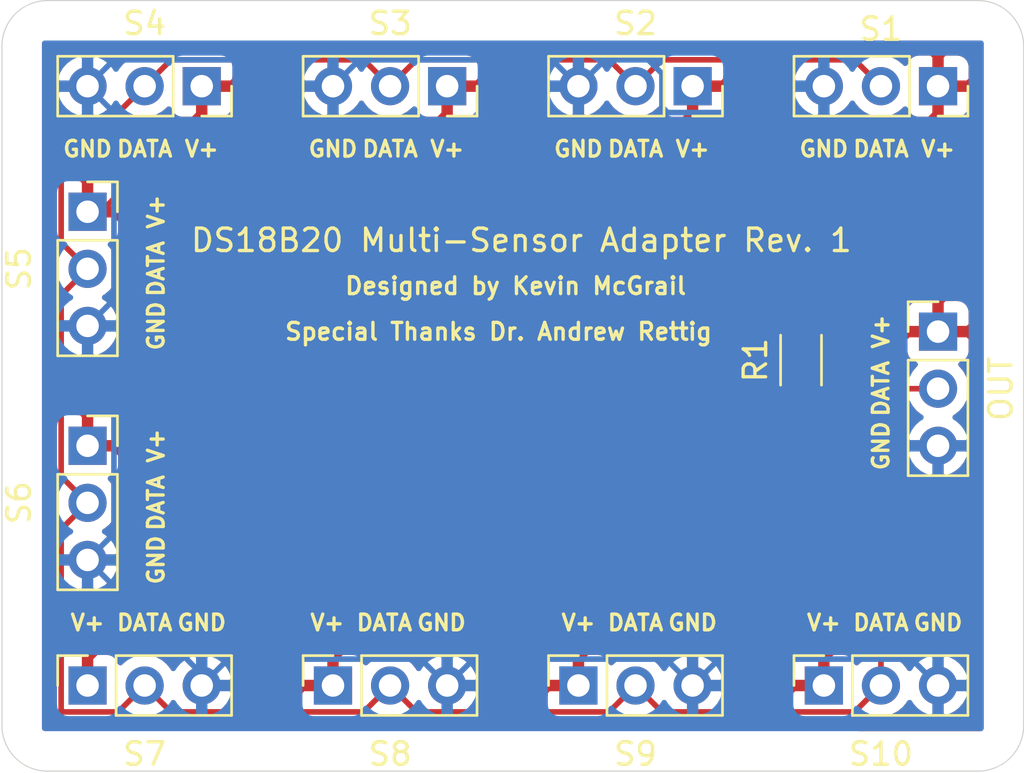
<source format=kicad_pcb>
(kicad_pcb (version 20171130) (host pcbnew 5.1.4-e60b266~84~ubuntu18.04.1)

  (general
    (thickness 1.6)
    (drawings 45)
    (tracks 125)
    (zones 0)
    (modules 12)
    (nets 4)
  )

  (page A4)
  (layers
    (0 F.Cu signal)
    (31 B.Cu signal)
    (32 B.Adhes user)
    (33 F.Adhes user)
    (34 B.Paste user)
    (35 F.Paste user)
    (36 B.SilkS user)
    (37 F.SilkS user)
    (38 B.Mask user)
    (39 F.Mask user)
    (40 Dwgs.User user)
    (41 Cmts.User user)
    (42 Eco1.User user)
    (43 Eco2.User user)
    (44 Edge.Cuts user)
    (45 Margin user)
    (46 B.CrtYd user)
    (47 F.CrtYd user)
    (48 B.Fab user)
    (49 F.Fab user)
  )

  (setup
    (last_trace_width 0.25)
    (trace_clearance 0.2)
    (zone_clearance 0.508)
    (zone_45_only no)
    (trace_min 0.2)
    (via_size 0.8)
    (via_drill 0.4)
    (via_min_size 0.4)
    (via_min_drill 0.3)
    (uvia_size 0.3)
    (uvia_drill 0.1)
    (uvias_allowed no)
    (uvia_min_size 0.2)
    (uvia_min_drill 0.1)
    (edge_width 0.05)
    (segment_width 0.2)
    (pcb_text_width 0.3)
    (pcb_text_size 1.5 1.5)
    (mod_edge_width 0.12)
    (mod_text_size 1 1)
    (mod_text_width 0.15)
    (pad_size 1.524 1.524)
    (pad_drill 0.762)
    (pad_to_mask_clearance 0.051)
    (solder_mask_min_width 0.25)
    (aux_axis_origin 0 0)
    (visible_elements FFFFFF7F)
    (pcbplotparams
      (layerselection 0x010f0_ffffffff)
      (usegerberextensions false)
      (usegerberattributes false)
      (usegerberadvancedattributes false)
      (creategerberjobfile false)
      (excludeedgelayer false)
      (linewidth 0.100000)
      (plotframeref false)
      (viasonmask false)
      (mode 1)
      (useauxorigin true)
      (hpglpennumber 1)
      (hpglpenspeed 20)
      (hpglpendiameter 15.000000)
      (psnegative false)
      (psa4output false)
      (plotreference true)
      (plotvalue true)
      (plotinvisibletext false)
      (padsonsilk false)
      (subtractmaskfromsilk false)
      (outputformat 1)
      (mirror false)
      (drillshape 0)
      (scaleselection 1)
      (outputdirectory "./"))
  )

  (net 0 "")
  (net 1 GND)
  (net 2 DATA)
  (net 3 DC)

  (net_class Default "This is the default net class."
    (clearance 0.2)
    (trace_width 0.25)
    (via_dia 0.8)
    (via_drill 0.4)
    (uvia_dia 0.3)
    (uvia_drill 0.1)
    (add_net DATA)
    (add_net DC)
    (add_net GND)
  )

  (module Connector_PinSocket_2.54mm:PinSocket_1x03_P2.54mm_Vertical (layer F.Cu) (tedit 5A19A429) (tstamp 5D94269D)
    (at 54.61 26.67 270)
    (descr "Through hole straight socket strip, 1x03, 2.54mm pitch, single row (from Kicad 4.0.7), script generated")
    (tags "Through hole socket strip THT 1x03 2.54mm single row")
    (path /5D9A4093)
    (fp_text reference J1 (at 0 -2.77 90) (layer F.Fab)
      (effects (font (size 1 1) (thickness 0.15)))
    )
    (fp_text value S4 (at -2.794 2.54) (layer F.SilkS)
      (effects (font (size 1 1) (thickness 0.15)))
    )
    (fp_text user %R (at 0 2.54) (layer F.Fab)
      (effects (font (size 1 1) (thickness 0.15)))
    )
    (fp_line (start -1.8 6.85) (end -1.8 -1.8) (layer F.CrtYd) (width 0.05))
    (fp_line (start 1.75 6.85) (end -1.8 6.85) (layer F.CrtYd) (width 0.05))
    (fp_line (start 1.75 -1.8) (end 1.75 6.85) (layer F.CrtYd) (width 0.05))
    (fp_line (start -1.8 -1.8) (end 1.75 -1.8) (layer F.CrtYd) (width 0.05))
    (fp_line (start 0 -1.33) (end 1.33 -1.33) (layer F.SilkS) (width 0.12))
    (fp_line (start 1.33 -1.33) (end 1.33 0) (layer F.SilkS) (width 0.12))
    (fp_line (start 1.33 1.27) (end 1.33 6.41) (layer F.SilkS) (width 0.12))
    (fp_line (start -1.33 6.41) (end 1.33 6.41) (layer F.SilkS) (width 0.12))
    (fp_line (start -1.33 1.27) (end -1.33 6.41) (layer F.SilkS) (width 0.12))
    (fp_line (start -1.33 1.27) (end 1.33 1.27) (layer F.SilkS) (width 0.12))
    (fp_line (start -1.27 6.35) (end -1.27 -1.27) (layer F.Fab) (width 0.1))
    (fp_line (start 1.27 6.35) (end -1.27 6.35) (layer F.Fab) (width 0.1))
    (fp_line (start 1.27 -0.635) (end 1.27 6.35) (layer F.Fab) (width 0.1))
    (fp_line (start 0.635 -1.27) (end 1.27 -0.635) (layer F.Fab) (width 0.1))
    (fp_line (start -1.27 -1.27) (end 0.635 -1.27) (layer F.Fab) (width 0.1))
    (pad 3 thru_hole oval (at 0 5.08 270) (size 1.7 1.7) (drill 1) (layers *.Cu *.Mask)
      (net 1 GND))
    (pad 2 thru_hole oval (at 0 2.54 270) (size 1.7 1.7) (drill 1) (layers *.Cu *.Mask)
      (net 2 DATA))
    (pad 1 thru_hole rect (at 0 0 270) (size 1.7 1.7) (drill 1) (layers *.Cu *.Mask)
      (net 3 DC))
    (model ${KISYS3DMOD}/Connector_PinSocket_2.54mm.3dshapes/PinSocket_1x03_P2.54mm_Vertical.wrl
      (at (xyz 0 0 0))
      (scale (xyz 1 1 1))
      (rotate (xyz 0 0 0))
    )
  )

  (module Connector_PinSocket_2.54mm:PinSocket_1x03_P2.54mm_Vertical (layer F.Cu) (tedit 5A19A429) (tstamp 5D9426B4)
    (at 49.53 32.258)
    (descr "Through hole straight socket strip, 1x03, 2.54mm pitch, single row (from Kicad 4.0.7), script generated")
    (tags "Through hole socket strip THT 1x03 2.54mm single row")
    (path /5D9A0C36)
    (fp_text reference J2 (at 0 -2.77) (layer F.Fab)
      (effects (font (size 1 1) (thickness 0.15)))
    )
    (fp_text value S5 (at -3.048 2.54 90) (layer F.SilkS)
      (effects (font (size 1 1) (thickness 0.15)))
    )
    (fp_line (start -1.27 -1.27) (end 0.635 -1.27) (layer F.Fab) (width 0.1))
    (fp_line (start 0.635 -1.27) (end 1.27 -0.635) (layer F.Fab) (width 0.1))
    (fp_line (start 1.27 -0.635) (end 1.27 6.35) (layer F.Fab) (width 0.1))
    (fp_line (start 1.27 6.35) (end -1.27 6.35) (layer F.Fab) (width 0.1))
    (fp_line (start -1.27 6.35) (end -1.27 -1.27) (layer F.Fab) (width 0.1))
    (fp_line (start -1.33 1.27) (end 1.33 1.27) (layer F.SilkS) (width 0.12))
    (fp_line (start -1.33 1.27) (end -1.33 6.41) (layer F.SilkS) (width 0.12))
    (fp_line (start -1.33 6.41) (end 1.33 6.41) (layer F.SilkS) (width 0.12))
    (fp_line (start 1.33 1.27) (end 1.33 6.41) (layer F.SilkS) (width 0.12))
    (fp_line (start 1.33 -1.33) (end 1.33 0) (layer F.SilkS) (width 0.12))
    (fp_line (start 0 -1.33) (end 1.33 -1.33) (layer F.SilkS) (width 0.12))
    (fp_line (start -1.8 -1.8) (end 1.75 -1.8) (layer F.CrtYd) (width 0.05))
    (fp_line (start 1.75 -1.8) (end 1.75 6.85) (layer F.CrtYd) (width 0.05))
    (fp_line (start 1.75 6.85) (end -1.8 6.85) (layer F.CrtYd) (width 0.05))
    (fp_line (start -1.8 6.85) (end -1.8 -1.8) (layer F.CrtYd) (width 0.05))
    (fp_text user %R (at 0 2.54 90) (layer F.Fab)
      (effects (font (size 1 1) (thickness 0.15)))
    )
    (pad 1 thru_hole rect (at 0 0) (size 1.7 1.7) (drill 1) (layers *.Cu *.Mask)
      (net 3 DC))
    (pad 2 thru_hole oval (at 0 2.54) (size 1.7 1.7) (drill 1) (layers *.Cu *.Mask)
      (net 2 DATA))
    (pad 3 thru_hole oval (at 0 5.08) (size 1.7 1.7) (drill 1) (layers *.Cu *.Mask)
      (net 1 GND))
    (model ${KISYS3DMOD}/Connector_PinSocket_2.54mm.3dshapes/PinSocket_1x03_P2.54mm_Vertical.wrl
      (at (xyz 0 0 0))
      (scale (xyz 1 1 1))
      (rotate (xyz 0 0 0))
    )
  )

  (module Connector_PinSocket_2.54mm:PinSocket_1x03_P2.54mm_Vertical (layer F.Cu) (tedit 5A19A429) (tstamp 5D9426CB)
    (at 65.532 26.67 270)
    (descr "Through hole straight socket strip, 1x03, 2.54mm pitch, single row (from Kicad 4.0.7), script generated")
    (tags "Through hole socket strip THT 1x03 2.54mm single row")
    (path /5D9A0C3F)
    (fp_text reference J3 (at 0 -2.77 90) (layer F.Fab)
      (effects (font (size 1 1) (thickness 0.15)))
    )
    (fp_text value S3 (at -2.794 2.54) (layer F.SilkS)
      (effects (font (size 1 1) (thickness 0.15)))
    )
    (fp_text user %R (at 0 2.54) (layer F.Fab)
      (effects (font (size 1 1) (thickness 0.15)))
    )
    (fp_line (start -1.8 6.85) (end -1.8 -1.8) (layer F.CrtYd) (width 0.05))
    (fp_line (start 1.75 6.85) (end -1.8 6.85) (layer F.CrtYd) (width 0.05))
    (fp_line (start 1.75 -1.8) (end 1.75 6.85) (layer F.CrtYd) (width 0.05))
    (fp_line (start -1.8 -1.8) (end 1.75 -1.8) (layer F.CrtYd) (width 0.05))
    (fp_line (start 0 -1.33) (end 1.33 -1.33) (layer F.SilkS) (width 0.12))
    (fp_line (start 1.33 -1.33) (end 1.33 0) (layer F.SilkS) (width 0.12))
    (fp_line (start 1.33 1.27) (end 1.33 6.41) (layer F.SilkS) (width 0.12))
    (fp_line (start -1.33 6.41) (end 1.33 6.41) (layer F.SilkS) (width 0.12))
    (fp_line (start -1.33 1.27) (end -1.33 6.41) (layer F.SilkS) (width 0.12))
    (fp_line (start -1.33 1.27) (end 1.33 1.27) (layer F.SilkS) (width 0.12))
    (fp_line (start -1.27 6.35) (end -1.27 -1.27) (layer F.Fab) (width 0.1))
    (fp_line (start 1.27 6.35) (end -1.27 6.35) (layer F.Fab) (width 0.1))
    (fp_line (start 1.27 -0.635) (end 1.27 6.35) (layer F.Fab) (width 0.1))
    (fp_line (start 0.635 -1.27) (end 1.27 -0.635) (layer F.Fab) (width 0.1))
    (fp_line (start -1.27 -1.27) (end 0.635 -1.27) (layer F.Fab) (width 0.1))
    (pad 3 thru_hole oval (at 0 5.08 270) (size 1.7 1.7) (drill 1) (layers *.Cu *.Mask)
      (net 1 GND))
    (pad 2 thru_hole oval (at 0 2.54 270) (size 1.7 1.7) (drill 1) (layers *.Cu *.Mask)
      (net 2 DATA))
    (pad 1 thru_hole rect (at 0 0 270) (size 1.7 1.7) (drill 1) (layers *.Cu *.Mask)
      (net 3 DC))
    (model ${KISYS3DMOD}/Connector_PinSocket_2.54mm.3dshapes/PinSocket_1x03_P2.54mm_Vertical.wrl
      (at (xyz 0 0 0))
      (scale (xyz 1 1 1))
      (rotate (xyz 0 0 0))
    )
  )

  (module Connector_PinSocket_2.54mm:PinSocket_1x03_P2.54mm_Vertical (layer F.Cu) (tedit 5A19A429) (tstamp 5D9426E2)
    (at 76.454 26.67 270)
    (descr "Through hole straight socket strip, 1x03, 2.54mm pitch, single row (from Kicad 4.0.7), script generated")
    (tags "Through hole socket strip THT 1x03 2.54mm single row")
    (path /5D9A0C24)
    (fp_text reference J4 (at 0 -2.77 90) (layer F.Fab)
      (effects (font (size 1 1) (thickness 0.15)))
    )
    (fp_text value S2 (at -2.794 2.54) (layer F.SilkS)
      (effects (font (size 1 1) (thickness 0.15)))
    )
    (fp_line (start -1.27 -1.27) (end 0.635 -1.27) (layer F.Fab) (width 0.1))
    (fp_line (start 0.635 -1.27) (end 1.27 -0.635) (layer F.Fab) (width 0.1))
    (fp_line (start 1.27 -0.635) (end 1.27 6.35) (layer F.Fab) (width 0.1))
    (fp_line (start 1.27 6.35) (end -1.27 6.35) (layer F.Fab) (width 0.1))
    (fp_line (start -1.27 6.35) (end -1.27 -1.27) (layer F.Fab) (width 0.1))
    (fp_line (start -1.33 1.27) (end 1.33 1.27) (layer F.SilkS) (width 0.12))
    (fp_line (start -1.33 1.27) (end -1.33 6.41) (layer F.SilkS) (width 0.12))
    (fp_line (start -1.33 6.41) (end 1.33 6.41) (layer F.SilkS) (width 0.12))
    (fp_line (start 1.33 1.27) (end 1.33 6.41) (layer F.SilkS) (width 0.12))
    (fp_line (start 1.33 -1.33) (end 1.33 0) (layer F.SilkS) (width 0.12))
    (fp_line (start 0 -1.33) (end 1.33 -1.33) (layer F.SilkS) (width 0.12))
    (fp_line (start -1.8 -1.8) (end 1.75 -1.8) (layer F.CrtYd) (width 0.05))
    (fp_line (start 1.75 -1.8) (end 1.75 6.85) (layer F.CrtYd) (width 0.05))
    (fp_line (start 1.75 6.85) (end -1.8 6.85) (layer F.CrtYd) (width 0.05))
    (fp_line (start -1.8 6.85) (end -1.8 -1.8) (layer F.CrtYd) (width 0.05))
    (fp_text user %R (at 0 2.54) (layer F.Fab)
      (effects (font (size 1 1) (thickness 0.15)))
    )
    (pad 1 thru_hole rect (at 0 0 270) (size 1.7 1.7) (drill 1) (layers *.Cu *.Mask)
      (net 3 DC))
    (pad 2 thru_hole oval (at 0 2.54 270) (size 1.7 1.7) (drill 1) (layers *.Cu *.Mask)
      (net 2 DATA))
    (pad 3 thru_hole oval (at 0 5.08 270) (size 1.7 1.7) (drill 1) (layers *.Cu *.Mask)
      (net 1 GND))
    (model ${KISYS3DMOD}/Connector_PinSocket_2.54mm.3dshapes/PinSocket_1x03_P2.54mm_Vertical.wrl
      (at (xyz 0 0 0))
      (scale (xyz 1 1 1))
      (rotate (xyz 0 0 0))
    )
  )

  (module Connector_PinSocket_2.54mm:PinSocket_1x03_P2.54mm_Vertical (layer F.Cu) (tedit 5A19A429) (tstamp 5D9426F9)
    (at 87.376 26.67 270)
    (descr "Through hole straight socket strip, 1x03, 2.54mm pitch, single row (from Kicad 4.0.7), script generated")
    (tags "Through hole socket strip THT 1x03 2.54mm single row")
    (path /5D9A0C2D)
    (fp_text reference J5 (at 0 -2.77 90) (layer F.Fab)
      (effects (font (size 1 1) (thickness 0.15)))
    )
    (fp_text value S1 (at -2.54 2.54) (layer F.SilkS)
      (effects (font (size 1 1) (thickness 0.15)))
    )
    (fp_text user %R (at 0 2.54) (layer F.Fab)
      (effects (font (size 1 1) (thickness 0.15)))
    )
    (fp_line (start -1.8 6.85) (end -1.8 -1.8) (layer F.CrtYd) (width 0.05))
    (fp_line (start 1.75 6.85) (end -1.8 6.85) (layer F.CrtYd) (width 0.05))
    (fp_line (start 1.75 -1.8) (end 1.75 6.85) (layer F.CrtYd) (width 0.05))
    (fp_line (start -1.8 -1.8) (end 1.75 -1.8) (layer F.CrtYd) (width 0.05))
    (fp_line (start 0 -1.33) (end 1.33 -1.33) (layer F.SilkS) (width 0.12))
    (fp_line (start 1.33 -1.33) (end 1.33 0) (layer F.SilkS) (width 0.12))
    (fp_line (start 1.33 1.27) (end 1.33 6.41) (layer F.SilkS) (width 0.12))
    (fp_line (start -1.33 6.41) (end 1.33 6.41) (layer F.SilkS) (width 0.12))
    (fp_line (start -1.33 1.27) (end -1.33 6.41) (layer F.SilkS) (width 0.12))
    (fp_line (start -1.33 1.27) (end 1.33 1.27) (layer F.SilkS) (width 0.12))
    (fp_line (start -1.27 6.35) (end -1.27 -1.27) (layer F.Fab) (width 0.1))
    (fp_line (start 1.27 6.35) (end -1.27 6.35) (layer F.Fab) (width 0.1))
    (fp_line (start 1.27 -0.635) (end 1.27 6.35) (layer F.Fab) (width 0.1))
    (fp_line (start 0.635 -1.27) (end 1.27 -0.635) (layer F.Fab) (width 0.1))
    (fp_line (start -1.27 -1.27) (end 0.635 -1.27) (layer F.Fab) (width 0.1))
    (pad 3 thru_hole oval (at 0 5.08 270) (size 1.7 1.7) (drill 1) (layers *.Cu *.Mask)
      (net 1 GND))
    (pad 2 thru_hole oval (at 0 2.54 270) (size 1.7 1.7) (drill 1) (layers *.Cu *.Mask)
      (net 2 DATA))
    (pad 1 thru_hole rect (at 0 0 270) (size 1.7 1.7) (drill 1) (layers *.Cu *.Mask)
      (net 3 DC))
    (model ${KISYS3DMOD}/Connector_PinSocket_2.54mm.3dshapes/PinSocket_1x03_P2.54mm_Vertical.wrl
      (at (xyz 0 0 0))
      (scale (xyz 1 1 1))
      (rotate (xyz 0 0 0))
    )
  )

  (module Connector_PinSocket_2.54mm:PinSocket_1x03_P2.54mm_Vertical (layer F.Cu) (tedit 5A19A429) (tstamp 5D942710)
    (at 71.374 53.34 90)
    (descr "Through hole straight socket strip, 1x03, 2.54mm pitch, single row (from Kicad 4.0.7), script generated")
    (tags "Through hole socket strip THT 1x03 2.54mm single row")
    (path /5D9A408A)
    (fp_text reference J6 (at 0 -2.77 90) (layer F.Fab)
      (effects (font (size 1 1) (thickness 0.15)))
    )
    (fp_text value S9 (at -3.048 2.54 180) (layer F.SilkS)
      (effects (font (size 1 1) (thickness 0.15)))
    )
    (fp_line (start -1.27 -1.27) (end 0.635 -1.27) (layer F.Fab) (width 0.1))
    (fp_line (start 0.635 -1.27) (end 1.27 -0.635) (layer F.Fab) (width 0.1))
    (fp_line (start 1.27 -0.635) (end 1.27 6.35) (layer F.Fab) (width 0.1))
    (fp_line (start 1.27 6.35) (end -1.27 6.35) (layer F.Fab) (width 0.1))
    (fp_line (start -1.27 6.35) (end -1.27 -1.27) (layer F.Fab) (width 0.1))
    (fp_line (start -1.33 1.27) (end 1.33 1.27) (layer F.SilkS) (width 0.12))
    (fp_line (start -1.33 1.27) (end -1.33 6.41) (layer F.SilkS) (width 0.12))
    (fp_line (start -1.33 6.41) (end 1.33 6.41) (layer F.SilkS) (width 0.12))
    (fp_line (start 1.33 1.27) (end 1.33 6.41) (layer F.SilkS) (width 0.12))
    (fp_line (start 1.33 -1.33) (end 1.33 0) (layer F.SilkS) (width 0.12))
    (fp_line (start 0 -1.33) (end 1.33 -1.33) (layer F.SilkS) (width 0.12))
    (fp_line (start -1.8 -1.8) (end 1.75 -1.8) (layer F.CrtYd) (width 0.05))
    (fp_line (start 1.75 -1.8) (end 1.75 6.85) (layer F.CrtYd) (width 0.05))
    (fp_line (start 1.75 6.85) (end -1.8 6.85) (layer F.CrtYd) (width 0.05))
    (fp_line (start -1.8 6.85) (end -1.8 -1.8) (layer F.CrtYd) (width 0.05))
    (fp_text user %R (at 0 2.54) (layer F.Fab)
      (effects (font (size 1 1) (thickness 0.15)))
    )
    (pad 1 thru_hole rect (at 0 0 90) (size 1.7 1.7) (drill 1) (layers *.Cu *.Mask)
      (net 3 DC))
    (pad 2 thru_hole oval (at 0 2.54 90) (size 1.7 1.7) (drill 1) (layers *.Cu *.Mask)
      (net 2 DATA))
    (pad 3 thru_hole oval (at 0 5.08 90) (size 1.7 1.7) (drill 1) (layers *.Cu *.Mask)
      (net 1 GND))
    (model ${KISYS3DMOD}/Connector_PinSocket_2.54mm.3dshapes/PinSocket_1x03_P2.54mm_Vertical.wrl
      (at (xyz 0 0 0))
      (scale (xyz 1 1 1))
      (rotate (xyz 0 0 0))
    )
  )

  (module Connector_PinSocket_2.54mm:PinSocket_1x03_P2.54mm_Vertical (layer F.Cu) (tedit 5A19A429) (tstamp 5D942727)
    (at 49.53 42.672)
    (descr "Through hole straight socket strip, 1x03, 2.54mm pitch, single row (from Kicad 4.0.7), script generated")
    (tags "Through hole socket strip THT 1x03 2.54mm single row")
    (path /5D99C74A)
    (fp_text reference J7 (at 0 -2.77) (layer F.Fab)
      (effects (font (size 1 1) (thickness 0.15)))
    )
    (fp_text value S6 (at -3.048 2.54 90) (layer F.SilkS)
      (effects (font (size 1 1) (thickness 0.15)))
    )
    (fp_line (start -1.27 -1.27) (end 0.635 -1.27) (layer F.Fab) (width 0.1))
    (fp_line (start 0.635 -1.27) (end 1.27 -0.635) (layer F.Fab) (width 0.1))
    (fp_line (start 1.27 -0.635) (end 1.27 6.35) (layer F.Fab) (width 0.1))
    (fp_line (start 1.27 6.35) (end -1.27 6.35) (layer F.Fab) (width 0.1))
    (fp_line (start -1.27 6.35) (end -1.27 -1.27) (layer F.Fab) (width 0.1))
    (fp_line (start -1.33 1.27) (end 1.33 1.27) (layer F.SilkS) (width 0.12))
    (fp_line (start -1.33 1.27) (end -1.33 6.41) (layer F.SilkS) (width 0.12))
    (fp_line (start -1.33 6.41) (end 1.33 6.41) (layer F.SilkS) (width 0.12))
    (fp_line (start 1.33 1.27) (end 1.33 6.41) (layer F.SilkS) (width 0.12))
    (fp_line (start 1.33 -1.33) (end 1.33 0) (layer F.SilkS) (width 0.12))
    (fp_line (start 0 -1.33) (end 1.33 -1.33) (layer F.SilkS) (width 0.12))
    (fp_line (start -1.8 -1.8) (end 1.75 -1.8) (layer F.CrtYd) (width 0.05))
    (fp_line (start 1.75 -1.8) (end 1.75 6.85) (layer F.CrtYd) (width 0.05))
    (fp_line (start 1.75 6.85) (end -1.8 6.85) (layer F.CrtYd) (width 0.05))
    (fp_line (start -1.8 6.85) (end -1.8 -1.8) (layer F.CrtYd) (width 0.05))
    (fp_text user %R (at 0 2.54 90) (layer F.Fab)
      (effects (font (size 1 1) (thickness 0.15)))
    )
    (pad 1 thru_hole rect (at 0 0) (size 1.7 1.7) (drill 1) (layers *.Cu *.Mask)
      (net 3 DC))
    (pad 2 thru_hole oval (at 0 2.54) (size 1.7 1.7) (drill 1) (layers *.Cu *.Mask)
      (net 2 DATA))
    (pad 3 thru_hole oval (at 0 5.08) (size 1.7 1.7) (drill 1) (layers *.Cu *.Mask)
      (net 1 GND))
    (model ${KISYS3DMOD}/Connector_PinSocket_2.54mm.3dshapes/PinSocket_1x03_P2.54mm_Vertical.wrl
      (at (xyz 0 0 0))
      (scale (xyz 1 1 1))
      (rotate (xyz 0 0 0))
    )
  )

  (module Connector_PinSocket_2.54mm:PinSocket_1x03_P2.54mm_Vertical (layer F.Cu) (tedit 5A19A429) (tstamp 5D94273E)
    (at 49.53 53.34 90)
    (descr "Through hole straight socket strip, 1x03, 2.54mm pitch, single row (from Kicad 4.0.7), script generated")
    (tags "Through hole socket strip THT 1x03 2.54mm single row")
    (path /5D99C753)
    (fp_text reference J8 (at 0 -2.77 90) (layer F.Fab)
      (effects (font (size 1 1) (thickness 0.15)))
    )
    (fp_text value S7 (at -3.048 2.54 180) (layer F.SilkS)
      (effects (font (size 1 1) (thickness 0.15)))
    )
    (fp_text user %R (at 0 2.54) (layer F.Fab)
      (effects (font (size 1 1) (thickness 0.15)))
    )
    (fp_line (start -1.8 6.85) (end -1.8 -1.8) (layer F.CrtYd) (width 0.05))
    (fp_line (start 1.75 6.85) (end -1.8 6.85) (layer F.CrtYd) (width 0.05))
    (fp_line (start 1.75 -1.8) (end 1.75 6.85) (layer F.CrtYd) (width 0.05))
    (fp_line (start -1.8 -1.8) (end 1.75 -1.8) (layer F.CrtYd) (width 0.05))
    (fp_line (start 0 -1.33) (end 1.33 -1.33) (layer F.SilkS) (width 0.12))
    (fp_line (start 1.33 -1.33) (end 1.33 0) (layer F.SilkS) (width 0.12))
    (fp_line (start 1.33 1.27) (end 1.33 6.41) (layer F.SilkS) (width 0.12))
    (fp_line (start -1.33 6.41) (end 1.33 6.41) (layer F.SilkS) (width 0.12))
    (fp_line (start -1.33 1.27) (end -1.33 6.41) (layer F.SilkS) (width 0.12))
    (fp_line (start -1.33 1.27) (end 1.33 1.27) (layer F.SilkS) (width 0.12))
    (fp_line (start -1.27 6.35) (end -1.27 -1.27) (layer F.Fab) (width 0.1))
    (fp_line (start 1.27 6.35) (end -1.27 6.35) (layer F.Fab) (width 0.1))
    (fp_line (start 1.27 -0.635) (end 1.27 6.35) (layer F.Fab) (width 0.1))
    (fp_line (start 0.635 -1.27) (end 1.27 -0.635) (layer F.Fab) (width 0.1))
    (fp_line (start -1.27 -1.27) (end 0.635 -1.27) (layer F.Fab) (width 0.1))
    (pad 3 thru_hole oval (at 0 5.08 90) (size 1.7 1.7) (drill 1) (layers *.Cu *.Mask)
      (net 1 GND))
    (pad 2 thru_hole oval (at 0 2.54 90) (size 1.7 1.7) (drill 1) (layers *.Cu *.Mask)
      (net 2 DATA))
    (pad 1 thru_hole rect (at 0 0 90) (size 1.7 1.7) (drill 1) (layers *.Cu *.Mask)
      (net 3 DC))
    (model ${KISYS3DMOD}/Connector_PinSocket_2.54mm.3dshapes/PinSocket_1x03_P2.54mm_Vertical.wrl
      (at (xyz 0 0 0))
      (scale (xyz 1 1 1))
      (rotate (xyz 0 0 0))
    )
  )

  (module Connector_PinSocket_2.54mm:PinSocket_1x03_P2.54mm_Vertical (layer F.Cu) (tedit 5A19A429) (tstamp 5D942755)
    (at 60.452 53.34 90)
    (descr "Through hole straight socket strip, 1x03, 2.54mm pitch, single row (from Kicad 4.0.7), script generated")
    (tags "Through hole socket strip THT 1x03 2.54mm single row")
    (path /5D999FFE)
    (fp_text reference J9 (at 0 -2.77 90) (layer F.Fab)
      (effects (font (size 1 1) (thickness 0.15)))
    )
    (fp_text value S8 (at -3.048 2.54 180) (layer F.SilkS)
      (effects (font (size 1 1) (thickness 0.15)))
    )
    (fp_line (start -1.27 -1.27) (end 0.635 -1.27) (layer F.Fab) (width 0.1))
    (fp_line (start 0.635 -1.27) (end 1.27 -0.635) (layer F.Fab) (width 0.1))
    (fp_line (start 1.27 -0.635) (end 1.27 6.35) (layer F.Fab) (width 0.1))
    (fp_line (start 1.27 6.35) (end -1.27 6.35) (layer F.Fab) (width 0.1))
    (fp_line (start -1.27 6.35) (end -1.27 -1.27) (layer F.Fab) (width 0.1))
    (fp_line (start -1.33 1.27) (end 1.33 1.27) (layer F.SilkS) (width 0.12))
    (fp_line (start -1.33 1.27) (end -1.33 6.41) (layer F.SilkS) (width 0.12))
    (fp_line (start -1.33 6.41) (end 1.33 6.41) (layer F.SilkS) (width 0.12))
    (fp_line (start 1.33 1.27) (end 1.33 6.41) (layer F.SilkS) (width 0.12))
    (fp_line (start 1.33 -1.33) (end 1.33 0) (layer F.SilkS) (width 0.12))
    (fp_line (start 0 -1.33) (end 1.33 -1.33) (layer F.SilkS) (width 0.12))
    (fp_line (start -1.8 -1.8) (end 1.75 -1.8) (layer F.CrtYd) (width 0.05))
    (fp_line (start 1.75 -1.8) (end 1.75 6.85) (layer F.CrtYd) (width 0.05))
    (fp_line (start 1.75 6.85) (end -1.8 6.85) (layer F.CrtYd) (width 0.05))
    (fp_line (start -1.8 6.85) (end -1.8 -1.8) (layer F.CrtYd) (width 0.05))
    (fp_text user %R (at 0 2.54) (layer F.Fab)
      (effects (font (size 1 1) (thickness 0.15)))
    )
    (pad 1 thru_hole rect (at 0 0 90) (size 1.7 1.7) (drill 1) (layers *.Cu *.Mask)
      (net 3 DC))
    (pad 2 thru_hole oval (at 0 2.54 90) (size 1.7 1.7) (drill 1) (layers *.Cu *.Mask)
      (net 2 DATA))
    (pad 3 thru_hole oval (at 0 5.08 90) (size 1.7 1.7) (drill 1) (layers *.Cu *.Mask)
      (net 1 GND))
    (model ${KISYS3DMOD}/Connector_PinSocket_2.54mm.3dshapes/PinSocket_1x03_P2.54mm_Vertical.wrl
      (at (xyz 0 0 0))
      (scale (xyz 1 1 1))
      (rotate (xyz 0 0 0))
    )
  )

  (module Connector_PinSocket_2.54mm:PinSocket_1x03_P2.54mm_Vertical (layer F.Cu) (tedit 5A19A429) (tstamp 5D94276C)
    (at 82.296 53.34 90)
    (descr "Through hole straight socket strip, 1x03, 2.54mm pitch, single row (from Kicad 4.0.7), script generated")
    (tags "Through hole socket strip THT 1x03 2.54mm single row")
    (path /5D99ACD9)
    (fp_text reference J10 (at 0 -2.77 90) (layer F.Fab)
      (effects (font (size 1 1) (thickness 0.15)))
    )
    (fp_text value S10 (at -3.048 2.54 180) (layer F.SilkS)
      (effects (font (size 1 1) (thickness 0.15)))
    )
    (fp_text user %R (at 0 2.54) (layer F.Fab)
      (effects (font (size 1 1) (thickness 0.15)))
    )
    (fp_line (start -1.8 6.85) (end -1.8 -1.8) (layer F.CrtYd) (width 0.05))
    (fp_line (start 1.75 6.85) (end -1.8 6.85) (layer F.CrtYd) (width 0.05))
    (fp_line (start 1.75 -1.8) (end 1.75 6.85) (layer F.CrtYd) (width 0.05))
    (fp_line (start -1.8 -1.8) (end 1.75 -1.8) (layer F.CrtYd) (width 0.05))
    (fp_line (start 0 -1.33) (end 1.33 -1.33) (layer F.SilkS) (width 0.12))
    (fp_line (start 1.33 -1.33) (end 1.33 0) (layer F.SilkS) (width 0.12))
    (fp_line (start 1.33 1.27) (end 1.33 6.41) (layer F.SilkS) (width 0.12))
    (fp_line (start -1.33 6.41) (end 1.33 6.41) (layer F.SilkS) (width 0.12))
    (fp_line (start -1.33 1.27) (end -1.33 6.41) (layer F.SilkS) (width 0.12))
    (fp_line (start -1.33 1.27) (end 1.33 1.27) (layer F.SilkS) (width 0.12))
    (fp_line (start -1.27 6.35) (end -1.27 -1.27) (layer F.Fab) (width 0.1))
    (fp_line (start 1.27 6.35) (end -1.27 6.35) (layer F.Fab) (width 0.1))
    (fp_line (start 1.27 -0.635) (end 1.27 6.35) (layer F.Fab) (width 0.1))
    (fp_line (start 0.635 -1.27) (end 1.27 -0.635) (layer F.Fab) (width 0.1))
    (fp_line (start -1.27 -1.27) (end 0.635 -1.27) (layer F.Fab) (width 0.1))
    (pad 3 thru_hole oval (at 0 5.08 90) (size 1.7 1.7) (drill 1) (layers *.Cu *.Mask)
      (net 1 GND))
    (pad 2 thru_hole oval (at 0 2.54 90) (size 1.7 1.7) (drill 1) (layers *.Cu *.Mask)
      (net 2 DATA))
    (pad 1 thru_hole rect (at 0 0 90) (size 1.7 1.7) (drill 1) (layers *.Cu *.Mask)
      (net 3 DC))
    (model ${KISYS3DMOD}/Connector_PinSocket_2.54mm.3dshapes/PinSocket_1x03_P2.54mm_Vertical.wrl
      (at (xyz 0 0 0))
      (scale (xyz 1 1 1))
      (rotate (xyz 0 0 0))
    )
  )

  (module Connector_PinHeader_2.54mm:PinHeader_1x03_P2.54mm_Vertical (layer F.Cu) (tedit 59FED5CC) (tstamp 5D942783)
    (at 87.376 37.592)
    (descr "Through hole straight pin header, 1x03, 2.54mm pitch, single row")
    (tags "Through hole pin header THT 1x03 2.54mm single row")
    (path /5D9A5D3E)
    (fp_text reference J11 (at 0 -2.33) (layer F.Fab)
      (effects (font (size 1 1) (thickness 0.15)))
    )
    (fp_text value OUT (at 2.794 2.54 90) (layer F.SilkS)
      (effects (font (size 1 1) (thickness 0.15)))
    )
    (fp_line (start -0.635 -1.27) (end 1.27 -1.27) (layer F.Fab) (width 0.1))
    (fp_line (start 1.27 -1.27) (end 1.27 6.35) (layer F.Fab) (width 0.1))
    (fp_line (start 1.27 6.35) (end -1.27 6.35) (layer F.Fab) (width 0.1))
    (fp_line (start -1.27 6.35) (end -1.27 -0.635) (layer F.Fab) (width 0.1))
    (fp_line (start -1.27 -0.635) (end -0.635 -1.27) (layer F.Fab) (width 0.1))
    (fp_line (start -1.33 6.41) (end 1.33 6.41) (layer F.SilkS) (width 0.12))
    (fp_line (start -1.33 1.27) (end -1.33 6.41) (layer F.SilkS) (width 0.12))
    (fp_line (start 1.33 1.27) (end 1.33 6.41) (layer F.SilkS) (width 0.12))
    (fp_line (start -1.33 1.27) (end 1.33 1.27) (layer F.SilkS) (width 0.12))
    (fp_line (start -1.33 0) (end -1.33 -1.33) (layer F.SilkS) (width 0.12))
    (fp_line (start -1.33 -1.33) (end 0 -1.33) (layer F.SilkS) (width 0.12))
    (fp_line (start -1.8 -1.8) (end -1.8 6.85) (layer F.CrtYd) (width 0.05))
    (fp_line (start -1.8 6.85) (end 1.8 6.85) (layer F.CrtYd) (width 0.05))
    (fp_line (start 1.8 6.85) (end 1.8 -1.8) (layer F.CrtYd) (width 0.05))
    (fp_line (start 1.8 -1.8) (end -1.8 -1.8) (layer F.CrtYd) (width 0.05))
    (fp_text user %R (at 0 2.54 90) (layer F.Fab)
      (effects (font (size 1 1) (thickness 0.15)))
    )
    (pad 1 thru_hole rect (at 0 0) (size 1.7 1.7) (drill 1) (layers *.Cu *.Mask)
      (net 3 DC))
    (pad 2 thru_hole oval (at 0 2.54) (size 1.7 1.7) (drill 1) (layers *.Cu *.Mask)
      (net 2 DATA))
    (pad 3 thru_hole oval (at 0 5.08) (size 1.7 1.7) (drill 1) (layers *.Cu *.Mask)
      (net 1 GND))
    (model ${KISYS3DMOD}/Connector_PinHeader_2.54mm.3dshapes/PinHeader_1x03_P2.54mm_Vertical.wrl
      (at (xyz 0 0 0))
      (scale (xyz 1 1 1))
      (rotate (xyz 0 0 0))
    )
  )

  (module Resistor_SMD:R_1806_4516Metric_Pad1.57x1.80mm_HandSolder (layer F.Cu) (tedit 5B301BBD) (tstamp 5D942794)
    (at 81.28 38.862 270)
    (descr "Resistor SMD 1806 (4516 Metric), square (rectangular) end terminal, IPC_7351 nominal with elongated pad for handsoldering. (Body size source: https://www.modelithics.com/models/Vendor/MuRata/BLM41P.pdf), generated with kicad-footprint-generator")
    (tags "resistor handsolder")
    (path /5D9A604A)
    (attr smd)
    (fp_text reference R1 (at 0 2.032 90) (layer F.SilkS)
      (effects (font (size 1 1) (thickness 0.15)))
    )
    (fp_text value 4.7k (at 0 -2.032 90) (layer F.Fab)
      (effects (font (size 1 1) (thickness 0.15)))
    )
    (fp_line (start -2.25 0.8) (end -2.25 -0.8) (layer F.Fab) (width 0.1))
    (fp_line (start -2.25 -0.8) (end 2.25 -0.8) (layer F.Fab) (width 0.1))
    (fp_line (start 2.25 -0.8) (end 2.25 0.8) (layer F.Fab) (width 0.1))
    (fp_line (start 2.25 0.8) (end -2.25 0.8) (layer F.Fab) (width 0.1))
    (fp_line (start -1.111252 -0.91) (end 1.111252 -0.91) (layer F.SilkS) (width 0.12))
    (fp_line (start -1.111252 0.91) (end 1.111252 0.91) (layer F.SilkS) (width 0.12))
    (fp_line (start -3.12 1.15) (end -3.12 -1.15) (layer F.CrtYd) (width 0.05))
    (fp_line (start -3.12 -1.15) (end 3.12 -1.15) (layer F.CrtYd) (width 0.05))
    (fp_line (start 3.12 -1.15) (end 3.12 1.15) (layer F.CrtYd) (width 0.05))
    (fp_line (start 3.12 1.15) (end -3.12 1.15) (layer F.CrtYd) (width 0.05))
    (fp_text user %R (at 0 0 90) (layer F.Fab)
      (effects (font (size 1 1) (thickness 0.15)))
    )
    (pad 1 smd roundrect (at -2.0875 0 270) (size 1.575 1.8) (layers F.Cu F.Paste F.Mask) (roundrect_rratio 0.15873)
      (net 3 DC))
    (pad 2 smd roundrect (at 2.0875 0 270) (size 1.575 1.8) (layers F.Cu F.Paste F.Mask) (roundrect_rratio 0.15873)
      (net 2 DATA))
    (model ${KISYS3DMOD}/Resistor_SMD.3dshapes/R_1806_4516Metric.wrl
      (at (xyz 0 0 0))
      (scale (xyz 1 1 1))
      (rotate (xyz 0 0 0))
    )
  )

  (gr_text "Special Thanks Dr. Andrew Rettig" (at 67.818 37.592) (layer F.SilkS)
    (effects (font (size 0.75 0.75) (thickness 0.15)))
  )
  (gr_text "Designed by Kevin McGrail" (at 68.58 35.56) (layer F.SilkS)
    (effects (font (size 0.75 0.75) (thickness 0.15)))
  )
  (gr_text "DS18B20 Multi-Sensor Adapter Rev. 1" (at 68.834 33.528) (layer F.SilkS)
    (effects (font (size 1 1) (thickness 0.15)))
  )
  (gr_text DATA (at 84.836 40.132 90) (layer F.SilkS) (tstamp 5D9448A4)
    (effects (font (size 0.7 0.7) (thickness 0.15)))
  )
  (gr_text GND (at 84.836 42.672 90) (layer F.SilkS) (tstamp 5D9448A3)
    (effects (font (size 0.7 0.7) (thickness 0.15)))
  )
  (gr_text V+ (at 84.836 37.592 90) (layer F.SilkS) (tstamp 5D9448A2)
    (effects (font (size 0.7 0.7) (thickness 0.15)))
  )
  (gr_text GND (at 87.376 50.546) (layer F.SilkS) (tstamp 5D94488F)
    (effects (font (size 0.7 0.7) (thickness 0.15)))
  )
  (gr_text V+ (at 82.296 50.546) (layer F.SilkS) (tstamp 5D94488E)
    (effects (font (size 0.7 0.7) (thickness 0.15)))
  )
  (gr_text DATA (at 84.836 50.546) (layer F.SilkS) (tstamp 5D94488D)
    (effects (font (size 0.7 0.7) (thickness 0.15)))
  )
  (gr_text GND (at 76.454 50.546) (layer F.SilkS) (tstamp 5D94488F)
    (effects (font (size 0.7 0.7) (thickness 0.15)))
  )
  (gr_text V+ (at 71.374 50.546) (layer F.SilkS) (tstamp 5D94488E)
    (effects (font (size 0.7 0.7) (thickness 0.15)))
  )
  (gr_text DATA (at 73.914 50.546) (layer F.SilkS) (tstamp 5D94488D)
    (effects (font (size 0.7 0.7) (thickness 0.15)))
  )
  (gr_text GND (at 65.278 50.546) (layer F.SilkS) (tstamp 5D94488F)
    (effects (font (size 0.7 0.7) (thickness 0.15)))
  )
  (gr_text V+ (at 60.198 50.546) (layer F.SilkS) (tstamp 5D94488E)
    (effects (font (size 0.7 0.7) (thickness 0.15)))
  )
  (gr_text DATA (at 62.738 50.546) (layer F.SilkS) (tstamp 5D94488D)
    (effects (font (size 0.7 0.7) (thickness 0.15)))
  )
  (gr_text DATA (at 52.07 50.546) (layer F.SilkS) (tstamp 5D944854)
    (effects (font (size 0.7 0.7) (thickness 0.15)))
  )
  (gr_text V+ (at 49.53 50.546) (layer F.SilkS) (tstamp 5D944853)
    (effects (font (size 0.7 0.7) (thickness 0.15)))
  )
  (gr_text GND (at 54.61 50.546) (layer F.SilkS) (tstamp 5D944852)
    (effects (font (size 0.7 0.7) (thickness 0.15)))
  )
  (gr_text DATA (at 52.578 45.212 90) (layer F.SilkS) (tstamp 5D944854)
    (effects (font (size 0.7 0.7) (thickness 0.15)))
  )
  (gr_text GND (at 52.578 47.752 90) (layer F.SilkS) (tstamp 5D944853)
    (effects (font (size 0.7 0.7) (thickness 0.15)))
  )
  (gr_text V+ (at 52.578 42.672 90) (layer F.SilkS) (tstamp 5D944852)
    (effects (font (size 0.7 0.7) (thickness 0.15)))
  )
  (gr_text DATA (at 52.578 34.798 90) (layer F.SilkS) (tstamp 5D944854)
    (effects (font (size 0.7 0.7) (thickness 0.15)))
  )
  (gr_text GND (at 52.578 37.338 90) (layer F.SilkS) (tstamp 5D944853)
    (effects (font (size 0.7 0.7) (thickness 0.15)))
  )
  (gr_text V+ (at 52.578 32.258 90) (layer F.SilkS) (tstamp 5D944852)
    (effects (font (size 0.7 0.7) (thickness 0.15)))
  )
  (gr_text DATA (at 52.07 29.464) (layer F.SilkS) (tstamp 5D944854)
    (effects (font (size 0.7 0.7) (thickness 0.15)))
  )
  (gr_text GND (at 49.53 29.464) (layer F.SilkS) (tstamp 5D944853)
    (effects (font (size 0.7 0.7) (thickness 0.15)))
  )
  (gr_text V+ (at 54.61 29.464) (layer F.SilkS) (tstamp 5D944852)
    (effects (font (size 0.7 0.7) (thickness 0.15)))
  )
  (gr_text DATA (at 62.992 29.464) (layer F.SilkS) (tstamp 5D944854)
    (effects (font (size 0.7 0.7) (thickness 0.15)))
  )
  (gr_text GND (at 60.452 29.464) (layer F.SilkS) (tstamp 5D944853)
    (effects (font (size 0.7 0.7) (thickness 0.15)))
  )
  (gr_text V+ (at 65.532 29.464) (layer F.SilkS) (tstamp 5D944852)
    (effects (font (size 0.7 0.7) (thickness 0.15)))
  )
  (gr_text DATA (at 84.836 29.464) (layer F.SilkS) (tstamp 5D944854)
    (effects (font (size 0.7 0.7) (thickness 0.15)))
  )
  (gr_text GND (at 82.296 29.464) (layer F.SilkS) (tstamp 5D944853)
    (effects (font (size 0.7 0.7) (thickness 0.15)))
  )
  (gr_text V+ (at 87.376 29.464) (layer F.SilkS) (tstamp 5D944852)
    (effects (font (size 0.7 0.7) (thickness 0.15)))
  )
  (gr_text DATA (at 73.914 29.464) (layer F.SilkS)
    (effects (font (size 0.7 0.7) (thickness 0.15)))
  )
  (gr_text V+ (at 76.454 29.464) (layer F.SilkS)
    (effects (font (size 0.7 0.7) (thickness 0.15)))
  )
  (gr_text GND (at 71.374 29.464) (layer F.SilkS)
    (effects (font (size 0.7 0.7) (thickness 0.15)))
  )
  (gr_arc (start 89.154 24.892) (end 91.186 24.892) (angle -90) (layer Edge.Cuts) (width 0.05))
  (gr_arc (start 89.154 55.118) (end 89.154 57.15) (angle -90) (layer Edge.Cuts) (width 0.05))
  (gr_arc (start 47.752 55.118) (end 45.72 55.118) (angle -90) (layer Edge.Cuts) (width 0.05))
  (gr_arc (start 47.752 24.892) (end 47.752 22.86) (angle -90) (layer Edge.Cuts) (width 0.05))
  (gr_line (start 47.752 22.86) (end 48.26 22.86) (layer Edge.Cuts) (width 0.05) (tstamp 5D9439FC))
  (gr_line (start 45.72 55.118) (end 45.72 24.892) (layer Edge.Cuts) (width 0.05))
  (gr_line (start 89.154 57.15) (end 47.752 57.15) (layer Edge.Cuts) (width 0.05))
  (gr_line (start 91.186 24.892) (end 91.186 55.118) (layer Edge.Cuts) (width 0.05))
  (gr_line (start 48.26 22.86) (end 89.154 22.86) (layer Edge.Cuts) (width 0.05))

  (segment (start 72.223999 25.820001) (end 71.374 26.67) (width 0.25) (layer B.Cu) (net 1))
  (segment (start 74.478001 25.494999) (end 72.549001 25.494999) (width 0.25) (layer B.Cu) (net 1))
  (segment (start 75.089001 26.105999) (end 74.478001 25.494999) (width 0.25) (layer B.Cu) (net 1))
  (segment (start 72.549001 25.494999) (end 72.223999 25.820001) (width 0.25) (layer B.Cu) (net 1))
  (segment (start 75.343999 27.845001) (end 75.089001 27.590003) (width 0.25) (layer B.Cu) (net 1))
  (segment (start 75.089001 27.590003) (end 75.089001 26.105999) (width 0.25) (layer B.Cu) (net 1))
  (segment (start 79.918918 27.845001) (end 75.343999 27.845001) (width 0.25) (layer B.Cu) (net 1))
  (segment (start 81.093919 26.67) (end 79.918918 27.845001) (width 0.25) (layer B.Cu) (net 1))
  (segment (start 82.296 26.67) (end 81.093919 26.67) (width 0.25) (layer B.Cu) (net 1))
  (segment (start 61.301999 25.820001) (end 60.452 26.67) (width 0.25) (layer B.Cu) (net 1))
  (segment (start 61.627001 25.494999) (end 61.301999 25.820001) (width 0.25) (layer B.Cu) (net 1))
  (segment (start 70.198999 25.494999) (end 61.627001 25.494999) (width 0.25) (layer B.Cu) (net 1))
  (segment (start 71.374 26.67) (end 70.198999 25.494999) (width 0.25) (layer B.Cu) (net 1))
  (segment (start 50.379999 25.820001) (end 49.53 26.67) (width 0.25) (layer B.Cu) (net 1))
  (segment (start 50.705001 25.494999) (end 50.379999 25.820001) (width 0.25) (layer B.Cu) (net 1))
  (segment (start 58.074918 25.494999) (end 50.705001 25.494999) (width 0.25) (layer B.Cu) (net 1))
  (segment (start 59.249919 26.67) (end 58.074918 25.494999) (width 0.25) (layer B.Cu) (net 1))
  (segment (start 60.452 26.67) (end 59.249919 26.67) (width 0.25) (layer B.Cu) (net 1))
  (segment (start 50.379999 36.488001) (end 49.53 37.338) (width 0.25) (layer B.Cu) (net 1))
  (segment (start 50.705001 36.162999) (end 50.379999 36.488001) (width 0.25) (layer B.Cu) (net 1))
  (segment (start 50.705001 27.845001) (end 50.705001 36.162999) (width 0.25) (layer B.Cu) (net 1))
  (segment (start 49.53 26.67) (end 50.705001 27.845001) (width 0.25) (layer B.Cu) (net 1))
  (segment (start 50.379999 46.902001) (end 49.53 47.752) (width 0.25) (layer B.Cu) (net 1))
  (segment (start 50.705001 46.576999) (end 50.379999 46.902001) (width 0.25) (layer B.Cu) (net 1))
  (segment (start 50.705001 39.715082) (end 50.705001 46.576999) (width 0.25) (layer B.Cu) (net 1))
  (segment (start 49.53 38.540081) (end 50.705001 39.715082) (width 0.25) (layer B.Cu) (net 1))
  (segment (start 49.53 37.338) (end 49.53 38.540081) (width 0.25) (layer B.Cu) (net 1))
  (segment (start 54.61 52.832) (end 54.61 53.34) (width 0.25) (layer B.Cu) (net 1))
  (segment (start 49.53 47.752) (end 54.61 52.832) (width 0.25) (layer B.Cu) (net 1))
  (segment (start 64.682001 52.490001) (end 65.532 53.34) (width 0.25) (layer B.Cu) (net 1))
  (segment (start 64.356999 52.164999) (end 64.682001 52.490001) (width 0.25) (layer B.Cu) (net 1))
  (segment (start 55.785001 52.164999) (end 64.356999 52.164999) (width 0.25) (layer B.Cu) (net 1))
  (segment (start 54.61 53.34) (end 55.785001 52.164999) (width 0.25) (layer B.Cu) (net 1))
  (segment (start 75.604001 52.490001) (end 76.454 53.34) (width 0.25) (layer B.Cu) (net 1))
  (segment (start 75.278999 52.164999) (end 75.604001 52.490001) (width 0.25) (layer B.Cu) (net 1))
  (segment (start 66.707001 52.164999) (end 75.278999 52.164999) (width 0.25) (layer B.Cu) (net 1))
  (segment (start 65.532 53.34) (end 66.707001 52.164999) (width 0.25) (layer B.Cu) (net 1))
  (segment (start 86.526001 52.490001) (end 87.376 53.34) (width 0.25) (layer B.Cu) (net 1))
  (segment (start 86.200999 52.164999) (end 86.526001 52.490001) (width 0.25) (layer B.Cu) (net 1))
  (segment (start 77.629001 52.164999) (end 86.200999 52.164999) (width 0.25) (layer B.Cu) (net 1))
  (segment (start 76.454 53.34) (end 77.629001 52.164999) (width 0.25) (layer B.Cu) (net 1))
  (segment (start 87.376 53.34) (end 87.376 42.672) (width 0.25) (layer B.Cu) (net 1))
  (segment (start 82.0975 40.132) (end 81.28 40.9495) (width 0.25) (layer F.Cu) (net 2))
  (segment (start 87.376 40.132) (end 82.0975 40.132) (width 0.25) (layer F.Cu) (net 2))
  (segment (start 84.836 44.5055) (end 84.836 53.34) (width 0.25) (layer F.Cu) (net 2))
  (segment (start 81.28 40.9495) (end 84.836 44.5055) (width 0.25) (layer F.Cu) (net 2))
  (segment (start 74.763999 54.189999) (end 73.914 53.34) (width 0.25) (layer F.Cu) (net 2))
  (segment (start 75.089001 54.515001) (end 74.763999 54.189999) (width 0.25) (layer F.Cu) (net 2))
  (segment (start 83.660999 54.515001) (end 75.089001 54.515001) (width 0.25) (layer F.Cu) (net 2))
  (segment (start 84.836 53.34) (end 83.660999 54.515001) (width 0.25) (layer F.Cu) (net 2))
  (segment (start 63.841999 54.189999) (end 62.992 53.34) (width 0.25) (layer F.Cu) (net 2))
  (segment (start 64.167001 54.515001) (end 63.841999 54.189999) (width 0.25) (layer F.Cu) (net 2))
  (segment (start 72.738999 54.515001) (end 64.167001 54.515001) (width 0.25) (layer F.Cu) (net 2))
  (segment (start 73.914 53.34) (end 72.738999 54.515001) (width 0.25) (layer F.Cu) (net 2))
  (segment (start 52.919999 54.189999) (end 52.07 53.34) (width 0.25) (layer F.Cu) (net 2))
  (segment (start 53.245001 54.515001) (end 52.919999 54.189999) (width 0.25) (layer F.Cu) (net 2))
  (segment (start 61.816999 54.515001) (end 53.245001 54.515001) (width 0.25) (layer F.Cu) (net 2))
  (segment (start 62.992 53.34) (end 61.816999 54.515001) (width 0.25) (layer F.Cu) (net 2))
  (segment (start 48.680001 46.061999) (end 49.53 45.212) (width 0.25) (layer F.Cu) (net 2))
  (segment (start 48.354999 46.387001) (end 48.680001 46.061999) (width 0.25) (layer F.Cu) (net 2))
  (segment (start 48.354999 54.450001) (end 48.354999 46.387001) (width 0.25) (layer F.Cu) (net 2))
  (segment (start 48.419999 54.515001) (end 48.354999 54.450001) (width 0.25) (layer F.Cu) (net 2))
  (segment (start 50.894999 54.515001) (end 48.419999 54.515001) (width 0.25) (layer F.Cu) (net 2))
  (segment (start 52.07 53.34) (end 50.894999 54.515001) (width 0.25) (layer F.Cu) (net 2))
  (segment (start 48.680001 35.647999) (end 49.53 34.798) (width 0.25) (layer F.Cu) (net 2))
  (segment (start 48.354999 35.973001) (end 48.680001 35.647999) (width 0.25) (layer F.Cu) (net 2))
  (segment (start 48.354999 44.036999) (end 48.354999 35.973001) (width 0.25) (layer F.Cu) (net 2))
  (segment (start 49.53 45.212) (end 48.354999 44.036999) (width 0.25) (layer F.Cu) (net 2))
  (segment (start 51.220001 27.519999) (end 52.07 26.67) (width 0.25) (layer F.Cu) (net 2))
  (segment (start 48.354999 30.385001) (end 51.220001 27.519999) (width 0.25) (layer F.Cu) (net 2))
  (segment (start 48.354999 33.622999) (end 48.354999 30.385001) (width 0.25) (layer F.Cu) (net 2))
  (segment (start 49.53 34.798) (end 48.354999 33.622999) (width 0.25) (layer F.Cu) (net 2))
  (segment (start 62.142001 25.820001) (end 62.992 26.67) (width 0.25) (layer F.Cu) (net 2))
  (segment (start 61.816999 25.494999) (end 62.142001 25.820001) (width 0.25) (layer F.Cu) (net 2))
  (segment (start 53.245001 25.494999) (end 61.816999 25.494999) (width 0.25) (layer F.Cu) (net 2))
  (segment (start 52.07 26.67) (end 53.245001 25.494999) (width 0.25) (layer F.Cu) (net 2))
  (segment (start 73.064001 25.820001) (end 73.914 26.67) (width 0.25) (layer F.Cu) (net 2))
  (segment (start 72.738999 25.494999) (end 73.064001 25.820001) (width 0.25) (layer F.Cu) (net 2))
  (segment (start 64.167001 25.494999) (end 72.738999 25.494999) (width 0.25) (layer F.Cu) (net 2))
  (segment (start 62.992 26.67) (end 64.167001 25.494999) (width 0.25) (layer F.Cu) (net 2))
  (segment (start 83.986001 25.820001) (end 84.836 26.67) (width 0.25) (layer F.Cu) (net 2))
  (segment (start 83.660999 25.494999) (end 83.986001 25.820001) (width 0.25) (layer F.Cu) (net 2))
  (segment (start 75.089001 25.494999) (end 83.660999 25.494999) (width 0.25) (layer F.Cu) (net 2))
  (segment (start 73.914 26.67) (end 75.089001 25.494999) (width 0.25) (layer F.Cu) (net 2))
  (segment (start 76.454 27.77) (end 77.132 28.448) (width 0.25) (layer F.Cu) (net 3))
  (segment (start 76.454 26.67) (end 76.454 27.77) (width 0.25) (layer F.Cu) (net 3))
  (segment (start 87.376 27.77) (end 87.376 26.67) (width 0.25) (layer F.Cu) (net 3))
  (segment (start 86.698 28.448) (end 87.376 27.77) (width 0.25) (layer F.Cu) (net 3))
  (segment (start 77.132 28.448) (end 86.698 28.448) (width 0.25) (layer F.Cu) (net 3))
  (segment (start 65.532 28.448) (end 65.532 26.67) (width 0.25) (layer F.Cu) (net 3))
  (segment (start 76.454 27.77) (end 75.776 28.448) (width 0.25) (layer F.Cu) (net 3))
  (segment (start 75.776 28.448) (end 65.532 28.448) (width 0.25) (layer F.Cu) (net 3))
  (segment (start 54.61 28.448) (end 54.61 26.67) (width 0.25) (layer F.Cu) (net 3))
  (segment (start 64.854 28.448) (end 54.61 28.448) (width 0.25) (layer F.Cu) (net 3))
  (segment (start 65.532 26.67) (end 65.532 27.77) (width 0.25) (layer F.Cu) (net 3))
  (segment (start 65.532 27.77) (end 64.854 28.448) (width 0.25) (layer F.Cu) (net 3))
  (segment (start 50.122 32.258) (end 49.53 32.258) (width 0.25) (layer F.Cu) (net 3))
  (segment (start 54.61 27.77) (end 50.122 32.258) (width 0.25) (layer F.Cu) (net 3))
  (segment (start 54.61 26.67) (end 54.61 27.77) (width 0.25) (layer F.Cu) (net 3))
  (segment (start 50.8 42.672) (end 49.53 42.672) (width 0.25) (layer F.Cu) (net 3))
  (segment (start 51.308 43.18) (end 50.8 42.672) (width 0.25) (layer F.Cu) (net 3))
  (segment (start 51.308 32.936) (end 51.308 43.18) (width 0.25) (layer F.Cu) (net 3))
  (segment (start 49.53 32.258) (end 50.63 32.258) (width 0.25) (layer F.Cu) (net 3))
  (segment (start 50.63 32.258) (end 51.308 32.936) (width 0.25) (layer F.Cu) (net 3))
  (segment (start 50.63 42.672) (end 51.308 43.35) (width 0.25) (layer F.Cu) (net 3))
  (segment (start 49.53 42.672) (end 50.63 42.672) (width 0.25) (layer F.Cu) (net 3))
  (segment (start 49.53 52.24) (end 49.53 53.34) (width 0.25) (layer F.Cu) (net 3))
  (segment (start 51.308 50.462) (end 49.53 52.24) (width 0.25) (layer F.Cu) (net 3))
  (segment (start 51.308 43.35) (end 51.308 50.462) (width 0.25) (layer F.Cu) (net 3))
  (segment (start 60.452 52.07) (end 60.452 53.34) (width 0.25) (layer F.Cu) (net 3))
  (segment (start 60.96 51.562) (end 60.452 52.07) (width 0.25) (layer F.Cu) (net 3))
  (segment (start 49.53 52.24) (end 50.208 51.562) (width 0.25) (layer F.Cu) (net 3))
  (segment (start 50.208 51.562) (end 60.96 51.562) (width 0.25) (layer F.Cu) (net 3))
  (segment (start 71.374 52.24) (end 71.374 53.34) (width 0.25) (layer F.Cu) (net 3))
  (segment (start 72.052 51.562) (end 71.374 52.24) (width 0.25) (layer F.Cu) (net 3))
  (segment (start 61.13 51.562) (end 72.052 51.562) (width 0.25) (layer F.Cu) (net 3))
  (segment (start 60.452 52.24) (end 61.13 51.562) (width 0.25) (layer F.Cu) (net 3))
  (segment (start 60.452 53.34) (end 60.452 52.24) (width 0.25) (layer F.Cu) (net 3))
  (segment (start 82.296 52.24) (end 82.296 53.34) (width 0.25) (layer F.Cu) (net 3))
  (segment (start 82.974 51.562) (end 82.296 52.24) (width 0.25) (layer F.Cu) (net 3))
  (segment (start 72.052 51.562) (end 82.974 51.562) (width 0.25) (layer F.Cu) (net 3))
  (segment (start 82.0975 37.592) (end 81.28 36.7745) (width 0.25) (layer F.Cu) (net 3))
  (segment (start 87.376 37.592) (end 82.0975 37.592) (width 0.25) (layer F.Cu) (net 3))
  (segment (start 87.376 30.6785) (end 81.28 36.7745) (width 0.25) (layer F.Cu) (net 3))
  (segment (start 87.376 26.67) (end 87.376 30.6785) (width 0.25) (layer F.Cu) (net 3))

  (zone (net 3) (net_name DC) (layer F.Cu) (tstamp 5D9A381F) (hatch edge 0.508)
    (connect_pads (clearance 0.508))
    (min_thickness 0.254)
    (fill yes (arc_segments 32) (thermal_gap 0.508) (thermal_bridge_width 0.508))
    (polygon
      (pts
        (xy 47.498 55.372) (xy 47.498 24.638) (xy 89.408 24.638) (xy 89.408 55.372)
      )
    )
    (filled_polygon
      (pts
        (xy 89.281 55.245) (xy 83.872634 55.245) (xy 83.953246 55.220547) (xy 84.085275 55.149975) (xy 84.201 55.055002)
        (xy 84.224803 55.025998) (xy 84.470004 54.780797) (xy 84.544889 54.803513) (xy 84.76305 54.825) (xy 84.90895 54.825)
        (xy 85.127111 54.803513) (xy 85.407034 54.718599) (xy 85.665014 54.580706) (xy 85.891134 54.395134) (xy 86.076706 54.169014)
        (xy 86.106 54.114209) (xy 86.135294 54.169014) (xy 86.320866 54.395134) (xy 86.546986 54.580706) (xy 86.804966 54.718599)
        (xy 87.084889 54.803513) (xy 87.30305 54.825) (xy 87.44895 54.825) (xy 87.667111 54.803513) (xy 87.947034 54.718599)
        (xy 88.205014 54.580706) (xy 88.431134 54.395134) (xy 88.616706 54.169014) (xy 88.754599 53.911034) (xy 88.839513 53.631111)
        (xy 88.868185 53.34) (xy 88.839513 53.048889) (xy 88.754599 52.768966) (xy 88.616706 52.510986) (xy 88.431134 52.284866)
        (xy 88.205014 52.099294) (xy 87.947034 51.961401) (xy 87.667111 51.876487) (xy 87.44895 51.855) (xy 87.30305 51.855)
        (xy 87.084889 51.876487) (xy 86.804966 51.961401) (xy 86.546986 52.099294) (xy 86.320866 52.284866) (xy 86.135294 52.510986)
        (xy 86.106 52.565791) (xy 86.076706 52.510986) (xy 85.891134 52.284866) (xy 85.665014 52.099294) (xy 85.596 52.062405)
        (xy 85.596 44.542822) (xy 85.599676 44.505499) (xy 85.596 44.468176) (xy 85.596 44.468167) (xy 85.585003 44.356514)
        (xy 85.541546 44.213253) (xy 85.470974 44.081224) (xy 85.43468 44.036999) (xy 85.399799 43.994496) (xy 85.399795 43.994492)
        (xy 85.376001 43.965499) (xy 85.347009 43.941706) (xy 82.818072 41.41277) (xy 82.818072 40.892) (xy 86.098405 40.892)
        (xy 86.135294 40.961014) (xy 86.320866 41.187134) (xy 86.546986 41.372706) (xy 86.601791 41.402) (xy 86.546986 41.431294)
        (xy 86.320866 41.616866) (xy 86.135294 41.842986) (xy 85.997401 42.100966) (xy 85.912487 42.380889) (xy 85.883815 42.672)
        (xy 85.912487 42.963111) (xy 85.997401 43.243034) (xy 86.135294 43.501014) (xy 86.320866 43.727134) (xy 86.546986 43.912706)
        (xy 86.804966 44.050599) (xy 87.084889 44.135513) (xy 87.30305 44.157) (xy 87.44895 44.157) (xy 87.667111 44.135513)
        (xy 87.947034 44.050599) (xy 88.205014 43.912706) (xy 88.431134 43.727134) (xy 88.616706 43.501014) (xy 88.754599 43.243034)
        (xy 88.839513 42.963111) (xy 88.868185 42.672) (xy 88.839513 42.380889) (xy 88.754599 42.100966) (xy 88.616706 41.842986)
        (xy 88.431134 41.616866) (xy 88.205014 41.431294) (xy 88.150209 41.402) (xy 88.205014 41.372706) (xy 88.431134 41.187134)
        (xy 88.616706 40.961014) (xy 88.754599 40.703034) (xy 88.839513 40.423111) (xy 88.868185 40.132) (xy 88.839513 39.840889)
        (xy 88.754599 39.560966) (xy 88.616706 39.302986) (xy 88.431134 39.076866) (xy 88.401313 39.052393) (xy 88.47018 39.031502)
        (xy 88.580494 38.972537) (xy 88.677185 38.893185) (xy 88.756537 38.796494) (xy 88.815502 38.68618) (xy 88.851812 38.566482)
        (xy 88.864072 38.442) (xy 88.861 37.87775) (xy 88.70225 37.719) (xy 87.503 37.719) (xy 87.503 37.739)
        (xy 87.249 37.739) (xy 87.249 37.719) (xy 86.04975 37.719) (xy 85.891 37.87775) (xy 85.887928 38.442)
        (xy 85.900188 38.566482) (xy 85.936498 38.68618) (xy 85.995463 38.796494) (xy 86.074815 38.893185) (xy 86.171506 38.972537)
        (xy 86.28182 39.031502) (xy 86.350687 39.052393) (xy 86.320866 39.076866) (xy 86.135294 39.302986) (xy 86.098405 39.372)
        (xy 82.134833 39.372) (xy 82.0975 39.368323) (xy 82.060167 39.372) (xy 81.948514 39.382997) (xy 81.805253 39.426454)
        (xy 81.673224 39.497026) (xy 81.640444 39.523928) (xy 80.629999 39.523928) (xy 80.456745 39.540992) (xy 80.290149 39.591528)
        (xy 80.136613 39.673595) (xy 80.002038 39.784038) (xy 79.891595 39.918613) (xy 79.809528 40.072149) (xy 79.758992 40.238745)
        (xy 79.741928 40.411999) (xy 79.741928 41.487001) (xy 79.758992 41.660255) (xy 79.809528 41.826851) (xy 79.891595 41.980387)
        (xy 80.002038 42.114962) (xy 80.136613 42.225405) (xy 80.290149 42.307472) (xy 80.456745 42.358008) (xy 80.629999 42.375072)
        (xy 81.63077 42.375072) (xy 84.076 44.820303) (xy 84.076001 52.062405) (xy 84.006986 52.099294) (xy 83.780866 52.284866)
        (xy 83.756393 52.314687) (xy 83.735502 52.24582) (xy 83.676537 52.135506) (xy 83.597185 52.038815) (xy 83.500494 51.959463)
        (xy 83.39018 51.900498) (xy 83.270482 51.864188) (xy 83.146 51.851928) (xy 82.58175 51.855) (xy 82.423 52.01375)
        (xy 82.423 53.213) (xy 82.443 53.213) (xy 82.443 53.467) (xy 82.423 53.467) (xy 82.423 53.487)
        (xy 82.169 53.487) (xy 82.169 53.467) (xy 80.96975 53.467) (xy 80.811 53.62575) (xy 80.810296 53.755001)
        (xy 77.879931 53.755001) (xy 77.917513 53.631111) (xy 77.946185 53.34) (xy 77.917513 53.048889) (xy 77.832599 52.768966)
        (xy 77.694706 52.510986) (xy 77.677484 52.49) (xy 80.807928 52.49) (xy 80.811 53.05425) (xy 80.96975 53.213)
        (xy 82.169 53.213) (xy 82.169 52.01375) (xy 82.01025 51.855) (xy 81.446 51.851928) (xy 81.321518 51.864188)
        (xy 81.20182 51.900498) (xy 81.091506 51.959463) (xy 80.994815 52.038815) (xy 80.915463 52.135506) (xy 80.856498 52.24582)
        (xy 80.820188 52.365518) (xy 80.807928 52.49) (xy 77.677484 52.49) (xy 77.509134 52.284866) (xy 77.283014 52.099294)
        (xy 77.025034 51.961401) (xy 76.745111 51.876487) (xy 76.52695 51.855) (xy 76.38105 51.855) (xy 76.162889 51.876487)
        (xy 75.882966 51.961401) (xy 75.624986 52.099294) (xy 75.398866 52.284866) (xy 75.213294 52.510986) (xy 75.184 52.565791)
        (xy 75.154706 52.510986) (xy 74.969134 52.284866) (xy 74.743014 52.099294) (xy 74.485034 51.961401) (xy 74.205111 51.876487)
        (xy 73.98695 51.855) (xy 73.84105 51.855) (xy 73.622889 51.876487) (xy 73.342966 51.961401) (xy 73.084986 52.099294)
        (xy 72.858866 52.284866) (xy 72.834393 52.314687) (xy 72.813502 52.24582) (xy 72.754537 52.135506) (xy 72.675185 52.038815)
        (xy 72.578494 51.959463) (xy 72.46818 51.900498) (xy 72.348482 51.864188) (xy 72.224 51.851928) (xy 71.65975 51.855)
        (xy 71.501 52.01375) (xy 71.501 53.213) (xy 71.521 53.213) (xy 71.521 53.467) (xy 71.501 53.467)
        (xy 71.501 53.487) (xy 71.247 53.487) (xy 71.247 53.467) (xy 70.04775 53.467) (xy 69.889 53.62575)
        (xy 69.888296 53.755001) (xy 66.957931 53.755001) (xy 66.995513 53.631111) (xy 67.024185 53.34) (xy 66.995513 53.048889)
        (xy 66.910599 52.768966) (xy 66.772706 52.510986) (xy 66.755484 52.49) (xy 69.885928 52.49) (xy 69.889 53.05425)
        (xy 70.04775 53.213) (xy 71.247 53.213) (xy 71.247 52.01375) (xy 71.08825 51.855) (xy 70.524 51.851928)
        (xy 70.399518 51.864188) (xy 70.27982 51.900498) (xy 70.169506 51.959463) (xy 70.072815 52.038815) (xy 69.993463 52.135506)
        (xy 69.934498 52.24582) (xy 69.898188 52.365518) (xy 69.885928 52.49) (xy 66.755484 52.49) (xy 66.587134 52.284866)
        (xy 66.361014 52.099294) (xy 66.103034 51.961401) (xy 65.823111 51.876487) (xy 65.60495 51.855) (xy 65.45905 51.855)
        (xy 65.240889 51.876487) (xy 64.960966 51.961401) (xy 64.702986 52.099294) (xy 64.476866 52.284866) (xy 64.291294 52.510986)
        (xy 64.262 52.565791) (xy 64.232706 52.510986) (xy 64.047134 52.284866) (xy 63.821014 52.099294) (xy 63.563034 51.961401)
        (xy 63.283111 51.876487) (xy 63.06495 51.855) (xy 62.91905 51.855) (xy 62.700889 51.876487) (xy 62.420966 51.961401)
        (xy 62.162986 52.099294) (xy 61.936866 52.284866) (xy 61.912393 52.314687) (xy 61.891502 52.24582) (xy 61.832537 52.135506)
        (xy 61.753185 52.038815) (xy 61.656494 51.959463) (xy 61.54618 51.900498) (xy 61.426482 51.864188) (xy 61.302 51.851928)
        (xy 60.73775 51.855) (xy 60.579 52.01375) (xy 60.579 53.213) (xy 60.599 53.213) (xy 60.599 53.467)
        (xy 60.579 53.467) (xy 60.579 53.487) (xy 60.325 53.487) (xy 60.325 53.467) (xy 59.12575 53.467)
        (xy 58.967 53.62575) (xy 58.966296 53.755001) (xy 56.035931 53.755001) (xy 56.073513 53.631111) (xy 56.102185 53.34)
        (xy 56.073513 53.048889) (xy 55.988599 52.768966) (xy 55.850706 52.510986) (xy 55.833484 52.49) (xy 58.963928 52.49)
        (xy 58.967 53.05425) (xy 59.12575 53.213) (xy 60.325 53.213) (xy 60.325 52.01375) (xy 60.16625 51.855)
        (xy 59.602 51.851928) (xy 59.477518 51.864188) (xy 59.35782 51.900498) (xy 59.247506 51.959463) (xy 59.150815 52.038815)
        (xy 59.071463 52.135506) (xy 59.012498 52.24582) (xy 58.976188 52.365518) (xy 58.963928 52.49) (xy 55.833484 52.49)
        (xy 55.665134 52.284866) (xy 55.439014 52.099294) (xy 55.181034 51.961401) (xy 54.901111 51.876487) (xy 54.68295 51.855)
        (xy 54.53705 51.855) (xy 54.318889 51.876487) (xy 54.038966 51.961401) (xy 53.780986 52.099294) (xy 53.554866 52.284866)
        (xy 53.369294 52.510986) (xy 53.34 52.565791) (xy 53.310706 52.510986) (xy 53.125134 52.284866) (xy 52.899014 52.099294)
        (xy 52.641034 51.961401) (xy 52.361111 51.876487) (xy 52.14295 51.855) (xy 51.99705 51.855) (xy 51.778889 51.876487)
        (xy 51.498966 51.961401) (xy 51.240986 52.099294) (xy 51.014866 52.284866) (xy 50.990393 52.314687) (xy 50.969502 52.24582)
        (xy 50.910537 52.135506) (xy 50.831185 52.038815) (xy 50.734494 51.959463) (xy 50.62418 51.900498) (xy 50.504482 51.864188)
        (xy 50.38 51.851928) (xy 49.81575 51.855) (xy 49.657 52.01375) (xy 49.657 53.213) (xy 49.677 53.213)
        (xy 49.677 53.467) (xy 49.657 53.467) (xy 49.657 53.487) (xy 49.403 53.487) (xy 49.403 53.467)
        (xy 49.383 53.467) (xy 49.383 53.213) (xy 49.403 53.213) (xy 49.403 52.01375) (xy 49.24425 51.855)
        (xy 49.114999 51.854296) (xy 49.114999 49.177931) (xy 49.238889 49.215513) (xy 49.45705 49.237) (xy 49.60295 49.237)
        (xy 49.821111 49.215513) (xy 50.101034 49.130599) (xy 50.359014 48.992706) (xy 50.585134 48.807134) (xy 50.770706 48.581014)
        (xy 50.908599 48.323034) (xy 50.993513 48.043111) (xy 51.022185 47.752) (xy 50.993513 47.460889) (xy 50.908599 47.180966)
        (xy 50.770706 46.922986) (xy 50.585134 46.696866) (xy 50.359014 46.511294) (xy 50.304209 46.482) (xy 50.359014 46.452706)
        (xy 50.585134 46.267134) (xy 50.770706 46.041014) (xy 50.908599 45.783034) (xy 50.993513 45.503111) (xy 51.022185 45.212)
        (xy 50.993513 44.920889) (xy 50.908599 44.640966) (xy 50.770706 44.382986) (xy 50.585134 44.156866) (xy 50.555313 44.132393)
        (xy 50.62418 44.111502) (xy 50.734494 44.052537) (xy 50.831185 43.973185) (xy 50.910537 43.876494) (xy 50.969502 43.76618)
        (xy 51.005812 43.646482) (xy 51.018072 43.522) (xy 51.015 42.95775) (xy 50.85625 42.799) (xy 49.657 42.799)
        (xy 49.657 42.819) (xy 49.403 42.819) (xy 49.403 42.799) (xy 49.383 42.799) (xy 49.383 42.545)
        (xy 49.403 42.545) (xy 49.403 41.34575) (xy 49.657 41.34575) (xy 49.657 42.545) (xy 50.85625 42.545)
        (xy 51.015 42.38625) (xy 51.018072 41.822) (xy 51.005812 41.697518) (xy 50.969502 41.57782) (xy 50.910537 41.467506)
        (xy 50.831185 41.370815) (xy 50.734494 41.291463) (xy 50.62418 41.232498) (xy 50.504482 41.196188) (xy 50.38 41.183928)
        (xy 49.81575 41.187) (xy 49.657 41.34575) (xy 49.403 41.34575) (xy 49.24425 41.187) (xy 49.114999 41.186296)
        (xy 49.114999 38.763931) (xy 49.238889 38.801513) (xy 49.45705 38.823) (xy 49.60295 38.823) (xy 49.821111 38.801513)
        (xy 50.101034 38.716599) (xy 50.359014 38.578706) (xy 50.585134 38.393134) (xy 50.770706 38.167014) (xy 50.908599 37.909034)
        (xy 50.993513 37.629111) (xy 51.000122 37.562) (xy 79.741928 37.562) (xy 79.754188 37.686482) (xy 79.790498 37.80618)
        (xy 79.849463 37.916494) (xy 79.928815 38.013185) (xy 80.025506 38.092537) (xy 80.13582 38.151502) (xy 80.255518 38.187812)
        (xy 80.38 38.200072) (xy 80.99425 38.197) (xy 81.153 38.03825) (xy 81.153 36.9015) (xy 81.407 36.9015)
        (xy 81.407 38.03825) (xy 81.56575 38.197) (xy 82.18 38.200072) (xy 82.304482 38.187812) (xy 82.42418 38.151502)
        (xy 82.534494 38.092537) (xy 82.631185 38.013185) (xy 82.710537 37.916494) (xy 82.769502 37.80618) (xy 82.805812 37.686482)
        (xy 82.818072 37.562) (xy 82.815 37.06025) (xy 82.65625 36.9015) (xy 81.407 36.9015) (xy 81.153 36.9015)
        (xy 79.90375 36.9015) (xy 79.745 37.06025) (xy 79.741928 37.562) (xy 51.000122 37.562) (xy 51.022185 37.338)
        (xy 50.993513 37.046889) (xy 50.908599 36.766966) (xy 50.895255 36.742) (xy 85.887928 36.742) (xy 85.891 37.30625)
        (xy 86.04975 37.465) (xy 87.249 37.465) (xy 87.249 36.26575) (xy 87.503 36.26575) (xy 87.503 37.465)
        (xy 88.70225 37.465) (xy 88.861 37.30625) (xy 88.864072 36.742) (xy 88.851812 36.617518) (xy 88.815502 36.49782)
        (xy 88.756537 36.387506) (xy 88.677185 36.290815) (xy 88.580494 36.211463) (xy 88.47018 36.152498) (xy 88.350482 36.116188)
        (xy 88.226 36.103928) (xy 87.66175 36.107) (xy 87.503 36.26575) (xy 87.249 36.26575) (xy 87.09025 36.107)
        (xy 86.526 36.103928) (xy 86.401518 36.116188) (xy 86.28182 36.152498) (xy 86.171506 36.211463) (xy 86.074815 36.290815)
        (xy 85.995463 36.387506) (xy 85.936498 36.49782) (xy 85.900188 36.617518) (xy 85.887928 36.742) (xy 50.895255 36.742)
        (xy 50.770706 36.508986) (xy 50.585134 36.282866) (xy 50.359014 36.097294) (xy 50.304209 36.068) (xy 50.359014 36.038706)
        (xy 50.422017 35.987) (xy 79.741928 35.987) (xy 79.745 36.48875) (xy 79.90375 36.6475) (xy 81.153 36.6475)
        (xy 81.153 35.51075) (xy 81.407 35.51075) (xy 81.407 36.6475) (xy 82.65625 36.6475) (xy 82.815 36.48875)
        (xy 82.818072 35.987) (xy 82.805812 35.862518) (xy 82.769502 35.74282) (xy 82.710537 35.632506) (xy 82.631185 35.535815)
        (xy 82.534494 35.456463) (xy 82.42418 35.397498) (xy 82.304482 35.361188) (xy 82.18 35.348928) (xy 81.56575 35.352)
        (xy 81.407 35.51075) (xy 81.153 35.51075) (xy 80.99425 35.352) (xy 80.38 35.348928) (xy 80.255518 35.361188)
        (xy 80.13582 35.397498) (xy 80.025506 35.456463) (xy 79.928815 35.535815) (xy 79.849463 35.632506) (xy 79.790498 35.74282)
        (xy 79.754188 35.862518) (xy 79.741928 35.987) (xy 50.422017 35.987) (xy 50.585134 35.853134) (xy 50.770706 35.627014)
        (xy 50.908599 35.369034) (xy 50.993513 35.089111) (xy 51.022185 34.798) (xy 50.993513 34.506889) (xy 50.908599 34.226966)
        (xy 50.770706 33.968986) (xy 50.585134 33.742866) (xy 50.555313 33.718393) (xy 50.62418 33.697502) (xy 50.734494 33.638537)
        (xy 50.831185 33.559185) (xy 50.910537 33.462494) (xy 50.969502 33.35218) (xy 51.005812 33.232482) (xy 51.018072 33.108)
        (xy 51.015 32.54375) (xy 50.85625 32.385) (xy 49.657 32.385) (xy 49.657 32.405) (xy 49.403 32.405)
        (xy 49.403 32.385) (xy 49.383 32.385) (xy 49.383 32.131) (xy 49.403 32.131) (xy 49.403 30.93175)
        (xy 49.657 30.93175) (xy 49.657 32.131) (xy 50.85625 32.131) (xy 51.015 31.97225) (xy 51.018072 31.408)
        (xy 51.005812 31.283518) (xy 50.969502 31.16382) (xy 50.910537 31.053506) (xy 50.831185 30.956815) (xy 50.734494 30.877463)
        (xy 50.62418 30.818498) (xy 50.504482 30.782188) (xy 50.38 30.769928) (xy 49.81575 30.773) (xy 49.657 30.93175)
        (xy 49.403 30.93175) (xy 49.24425 30.773) (xy 49.114999 30.772296) (xy 49.114999 30.699802) (xy 51.704005 28.110797)
        (xy 51.778889 28.133513) (xy 51.99705 28.155) (xy 52.14295 28.155) (xy 52.361111 28.133513) (xy 52.641034 28.048599)
        (xy 52.899014 27.910706) (xy 53.125134 27.725134) (xy 53.149607 27.695313) (xy 53.170498 27.76418) (xy 53.229463 27.874494)
        (xy 53.308815 27.971185) (xy 53.405506 28.050537) (xy 53.51582 28.109502) (xy 53.635518 28.145812) (xy 53.76 28.158072)
        (xy 54.32425 28.155) (xy 54.483 27.99625) (xy 54.483 26.797) (xy 54.737 26.797) (xy 54.737 27.99625)
        (xy 54.89575 28.155) (xy 55.46 28.158072) (xy 55.584482 28.145812) (xy 55.70418 28.109502) (xy 55.814494 28.050537)
        (xy 55.911185 27.971185) (xy 55.990537 27.874494) (xy 56.049502 27.76418) (xy 56.085812 27.644482) (xy 56.098072 27.52)
        (xy 56.095 26.95575) (xy 55.93625 26.797) (xy 54.737 26.797) (xy 54.483 26.797) (xy 54.463 26.797)
        (xy 54.463 26.543) (xy 54.483 26.543) (xy 54.483 26.523) (xy 54.737 26.523) (xy 54.737 26.543)
        (xy 55.93625 26.543) (xy 56.095 26.38425) (xy 56.095704 26.254999) (xy 59.026069 26.254999) (xy 58.988487 26.378889)
        (xy 58.959815 26.67) (xy 58.988487 26.961111) (xy 59.073401 27.241034) (xy 59.211294 27.499014) (xy 59.396866 27.725134)
        (xy 59.622986 27.910706) (xy 59.880966 28.048599) (xy 60.160889 28.133513) (xy 60.37905 28.155) (xy 60.52495 28.155)
        (xy 60.743111 28.133513) (xy 61.023034 28.048599) (xy 61.281014 27.910706) (xy 61.507134 27.725134) (xy 61.692706 27.499014)
        (xy 61.722 27.444209) (xy 61.751294 27.499014) (xy 61.936866 27.725134) (xy 62.162986 27.910706) (xy 62.420966 28.048599)
        (xy 62.700889 28.133513) (xy 62.91905 28.155) (xy 63.06495 28.155) (xy 63.283111 28.133513) (xy 63.563034 28.048599)
        (xy 63.821014 27.910706) (xy 64.047134 27.725134) (xy 64.071607 27.695313) (xy 64.092498 27.76418) (xy 64.151463 27.874494)
        (xy 64.230815 27.971185) (xy 64.327506 28.050537) (xy 64.43782 28.109502) (xy 64.557518 28.145812) (xy 64.682 28.158072)
        (xy 65.24625 28.155) (xy 65.405 27.99625) (xy 65.405 26.797) (xy 65.659 26.797) (xy 65.659 27.99625)
        (xy 65.81775 28.155) (xy 66.382 28.158072) (xy 66.506482 28.145812) (xy 66.62618 28.109502) (xy 66.736494 28.050537)
        (xy 66.833185 27.971185) (xy 66.912537 27.874494) (xy 66.971502 27.76418) (xy 67.007812 27.644482) (xy 67.020072 27.52)
        (xy 67.017 26.95575) (xy 66.85825 26.797) (xy 65.659 26.797) (xy 65.405 26.797) (xy 65.385 26.797)
        (xy 65.385 26.543) (xy 65.405 26.543) (xy 65.405 26.523) (xy 65.659 26.523) (xy 65.659 26.543)
        (xy 66.85825 26.543) (xy 67.017 26.38425) (xy 67.017704 26.254999) (xy 69.948069 26.254999) (xy 69.910487 26.378889)
        (xy 69.881815 26.67) (xy 69.910487 26.961111) (xy 69.995401 27.241034) (xy 70.133294 27.499014) (xy 70.318866 27.725134)
        (xy 70.544986 27.910706) (xy 70.802966 28.048599) (xy 71.082889 28.133513) (xy 71.30105 28.155) (xy 71.44695 28.155)
        (xy 71.665111 28.133513) (xy 71.945034 28.048599) (xy 72.203014 27.910706) (xy 72.429134 27.725134) (xy 72.614706 27.499014)
        (xy 72.644 27.444209) (xy 72.673294 27.499014) (xy 72.858866 27.725134) (xy 73.084986 27.910706) (xy 73.342966 28.048599)
        (xy 73.622889 28.133513) (xy 73.84105 28.155) (xy 73.98695 28.155) (xy 74.205111 28.133513) (xy 74.485034 28.048599)
        (xy 74.743014 27.910706) (xy 74.969134 27.725134) (xy 74.993607 27.695313) (xy 75.014498 27.76418) (xy 75.073463 27.874494)
        (xy 75.152815 27.971185) (xy 75.249506 28.050537) (xy 75.35982 28.109502) (xy 75.479518 28.145812) (xy 75.604 28.158072)
        (xy 76.16825 28.155) (xy 76.327 27.99625) (xy 76.327 26.797) (xy 76.581 26.797) (xy 76.581 27.99625)
        (xy 76.73975 28.155) (xy 77.304 28.158072) (xy 77.428482 28.145812) (xy 77.54818 28.109502) (xy 77.658494 28.050537)
        (xy 77.755185 27.971185) (xy 77.834537 27.874494) (xy 77.893502 27.76418) (xy 77.929812 27.644482) (xy 77.942072 27.52)
        (xy 77.939 26.95575) (xy 77.78025 26.797) (xy 76.581 26.797) (xy 76.327 26.797) (xy 76.307 26.797)
        (xy 76.307 26.543) (xy 76.327 26.543) (xy 76.327 26.523) (xy 76.581 26.523) (xy 76.581 26.543)
        (xy 77.78025 26.543) (xy 77.939 26.38425) (xy 77.939704 26.254999) (xy 80.870069 26.254999) (xy 80.832487 26.378889)
        (xy 80.803815 26.67) (xy 80.832487 26.961111) (xy 80.917401 27.241034) (xy 81.055294 27.499014) (xy 81.240866 27.725134)
        (xy 81.466986 27.910706) (xy 81.724966 28.048599) (xy 82.004889 28.133513) (xy 82.22305 28.155) (xy 82.36895 28.155)
        (xy 82.587111 28.133513) (xy 82.867034 28.048599) (xy 83.125014 27.910706) (xy 83.351134 27.725134) (xy 83.536706 27.499014)
        (xy 83.566 27.444209) (xy 83.595294 27.499014) (xy 83.780866 27.725134) (xy 84.006986 27.910706) (xy 84.264966 28.048599)
        (xy 84.544889 28.133513) (xy 84.76305 28.155) (xy 84.90895 28.155) (xy 85.127111 28.133513) (xy 85.407034 28.048599)
        (xy 85.665014 27.910706) (xy 85.891134 27.725134) (xy 85.915607 27.695313) (xy 85.936498 27.76418) (xy 85.995463 27.874494)
        (xy 86.074815 27.971185) (xy 86.171506 28.050537) (xy 86.28182 28.109502) (xy 86.401518 28.145812) (xy 86.526 28.158072)
        (xy 87.09025 28.155) (xy 87.249 27.99625) (xy 87.249 26.797) (xy 87.503 26.797) (xy 87.503 27.99625)
        (xy 87.66175 28.155) (xy 88.226 28.158072) (xy 88.350482 28.145812) (xy 88.47018 28.109502) (xy 88.580494 28.050537)
        (xy 88.677185 27.971185) (xy 88.756537 27.874494) (xy 88.815502 27.76418) (xy 88.851812 27.644482) (xy 88.864072 27.52)
        (xy 88.861 26.95575) (xy 88.70225 26.797) (xy 87.503 26.797) (xy 87.249 26.797) (xy 87.229 26.797)
        (xy 87.229 26.543) (xy 87.249 26.543) (xy 87.249 25.34375) (xy 87.503 25.34375) (xy 87.503 26.543)
        (xy 88.70225 26.543) (xy 88.861 26.38425) (xy 88.864072 25.82) (xy 88.851812 25.695518) (xy 88.815502 25.57582)
        (xy 88.756537 25.465506) (xy 88.677185 25.368815) (xy 88.580494 25.289463) (xy 88.47018 25.230498) (xy 88.350482 25.194188)
        (xy 88.226 25.181928) (xy 87.66175 25.185) (xy 87.503 25.34375) (xy 87.249 25.34375) (xy 87.09025 25.185)
        (xy 86.526 25.181928) (xy 86.401518 25.194188) (xy 86.28182 25.230498) (xy 86.171506 25.289463) (xy 86.074815 25.368815)
        (xy 85.995463 25.465506) (xy 85.936498 25.57582) (xy 85.915607 25.644687) (xy 85.891134 25.614866) (xy 85.665014 25.429294)
        (xy 85.407034 25.291401) (xy 85.127111 25.206487) (xy 84.90895 25.185) (xy 84.76305 25.185) (xy 84.544889 25.206487)
        (xy 84.470004 25.229203) (xy 84.224803 24.984002) (xy 84.201 24.954998) (xy 84.085275 24.860025) (xy 83.953246 24.789453)
        (xy 83.872634 24.765) (xy 89.281 24.765)
      )
    )
  )
  (zone (net 1) (net_name GND) (layer B.Cu) (tstamp 5D9A381C) (hatch edge 0.508)
    (connect_pads (clearance 0.508))
    (min_thickness 0.254)
    (fill yes (arc_segments 32) (thermal_gap 0.508) (thermal_bridge_width 0.508))
    (polygon
      (pts
        (xy 47.498 55.372) (xy 47.498 24.638) (xy 89.408 24.638) (xy 89.408 55.372)
      )
    )
    (filled_polygon
      (pts
        (xy 89.281 55.245) (xy 47.625 55.245) (xy 47.625 52.49) (xy 48.041928 52.49) (xy 48.041928 54.19)
        (xy 48.054188 54.314482) (xy 48.090498 54.43418) (xy 48.149463 54.544494) (xy 48.228815 54.641185) (xy 48.325506 54.720537)
        (xy 48.43582 54.779502) (xy 48.555518 54.815812) (xy 48.68 54.828072) (xy 50.38 54.828072) (xy 50.504482 54.815812)
        (xy 50.62418 54.779502) (xy 50.734494 54.720537) (xy 50.831185 54.641185) (xy 50.910537 54.544494) (xy 50.969502 54.43418)
        (xy 50.990393 54.365313) (xy 51.014866 54.395134) (xy 51.240986 54.580706) (xy 51.498966 54.718599) (xy 51.778889 54.803513)
        (xy 51.99705 54.825) (xy 52.14295 54.825) (xy 52.361111 54.803513) (xy 52.641034 54.718599) (xy 52.899014 54.580706)
        (xy 53.125134 54.395134) (xy 53.310706 54.169014) (xy 53.345201 54.104477) (xy 53.414822 54.221355) (xy 53.609731 54.437588)
        (xy 53.84308 54.611641) (xy 54.105901 54.736825) (xy 54.25311 54.781476) (xy 54.483 54.660155) (xy 54.483 53.467)
        (xy 54.737 53.467) (xy 54.737 54.660155) (xy 54.96689 54.781476) (xy 55.114099 54.736825) (xy 55.37692 54.611641)
        (xy 55.610269 54.437588) (xy 55.805178 54.221355) (xy 55.954157 53.971252) (xy 56.051481 53.696891) (xy 55.930814 53.467)
        (xy 54.737 53.467) (xy 54.483 53.467) (xy 54.463 53.467) (xy 54.463 53.213) (xy 54.483 53.213)
        (xy 54.483 52.019845) (xy 54.737 52.019845) (xy 54.737 53.213) (xy 55.930814 53.213) (xy 56.051481 52.983109)
        (xy 55.954157 52.708748) (xy 55.823856 52.49) (xy 58.963928 52.49) (xy 58.963928 54.19) (xy 58.976188 54.314482)
        (xy 59.012498 54.43418) (xy 59.071463 54.544494) (xy 59.150815 54.641185) (xy 59.247506 54.720537) (xy 59.35782 54.779502)
        (xy 59.477518 54.815812) (xy 59.602 54.828072) (xy 61.302 54.828072) (xy 61.426482 54.815812) (xy 61.54618 54.779502)
        (xy 61.656494 54.720537) (xy 61.753185 54.641185) (xy 61.832537 54.544494) (xy 61.891502 54.43418) (xy 61.912393 54.365313)
        (xy 61.936866 54.395134) (xy 62.162986 54.580706) (xy 62.420966 54.718599) (xy 62.700889 54.803513) (xy 62.91905 54.825)
        (xy 63.06495 54.825) (xy 63.283111 54.803513) (xy 63.563034 54.718599) (xy 63.821014 54.580706) (xy 64.047134 54.395134)
        (xy 64.232706 54.169014) (xy 64.267201 54.104477) (xy 64.336822 54.221355) (xy 64.531731 54.437588) (xy 64.76508 54.611641)
        (xy 65.027901 54.736825) (xy 65.17511 54.781476) (xy 65.405 54.660155) (xy 65.405 53.467) (xy 65.659 53.467)
        (xy 65.659 54.660155) (xy 65.88889 54.781476) (xy 66.036099 54.736825) (xy 66.29892 54.611641) (xy 66.532269 54.437588)
        (xy 66.727178 54.221355) (xy 66.876157 53.971252) (xy 66.973481 53.696891) (xy 66.852814 53.467) (xy 65.659 53.467)
        (xy 65.405 53.467) (xy 65.385 53.467) (xy 65.385 53.213) (xy 65.405 53.213) (xy 65.405 52.019845)
        (xy 65.659 52.019845) (xy 65.659 53.213) (xy 66.852814 53.213) (xy 66.973481 52.983109) (xy 66.876157 52.708748)
        (xy 66.745856 52.49) (xy 69.885928 52.49) (xy 69.885928 54.19) (xy 69.898188 54.314482) (xy 69.934498 54.43418)
        (xy 69.993463 54.544494) (xy 70.072815 54.641185) (xy 70.169506 54.720537) (xy 70.27982 54.779502) (xy 70.399518 54.815812)
        (xy 70.524 54.828072) (xy 72.224 54.828072) (xy 72.348482 54.815812) (xy 72.46818 54.779502) (xy 72.578494 54.720537)
        (xy 72.675185 54.641185) (xy 72.754537 54.544494) (xy 72.813502 54.43418) (xy 72.834393 54.365313) (xy 72.858866 54.395134)
        (xy 73.084986 54.580706) (xy 73.342966 54.718599) (xy 73.622889 54.803513) (xy 73.84105 54.825) (xy 73.98695 54.825)
        (xy 74.205111 54.803513) (xy 74.485034 54.718599) (xy 74.743014 54.580706) (xy 74.969134 54.395134) (xy 75.154706 54.169014)
        (xy 75.189201 54.104477) (xy 75.258822 54.221355) (xy 75.453731 54.437588) (xy 75.68708 54.611641) (xy 75.949901 54.736825)
        (xy 76.09711 54.781476) (xy 76.327 54.660155) (xy 76.327 53.467) (xy 76.581 53.467) (xy 76.581 54.660155)
        (xy 76.81089 54.781476) (xy 76.958099 54.736825) (xy 77.22092 54.611641) (xy 77.454269 54.437588) (xy 77.649178 54.221355)
        (xy 77.798157 53.971252) (xy 77.895481 53.696891) (xy 77.774814 53.467) (xy 76.581 53.467) (xy 76.327 53.467)
        (xy 76.307 53.467) (xy 76.307 53.213) (xy 76.327 53.213) (xy 76.327 52.019845) (xy 76.581 52.019845)
        (xy 76.581 53.213) (xy 77.774814 53.213) (xy 77.895481 52.983109) (xy 77.798157 52.708748) (xy 77.667856 52.49)
        (xy 80.807928 52.49) (xy 80.807928 54.19) (xy 80.820188 54.314482) (xy 80.856498 54.43418) (xy 80.915463 54.544494)
        (xy 80.994815 54.641185) (xy 81.091506 54.720537) (xy 81.20182 54.779502) (xy 81.321518 54.815812) (xy 81.446 54.828072)
        (xy 83.146 54.828072) (xy 83.270482 54.815812) (xy 83.39018 54.779502) (xy 83.500494 54.720537) (xy 83.597185 54.641185)
        (xy 83.676537 54.544494) (xy 83.735502 54.43418) (xy 83.756393 54.365313) (xy 83.780866 54.395134) (xy 84.006986 54.580706)
        (xy 84.264966 54.718599) (xy 84.544889 54.803513) (xy 84.76305 54.825) (xy 84.90895 54.825) (xy 85.127111 54.803513)
        (xy 85.407034 54.718599) (xy 85.665014 54.580706) (xy 85.891134 54.395134) (xy 86.076706 54.169014) (xy 86.111201 54.104477)
        (xy 86.180822 54.221355) (xy 86.375731 54.437588) (xy 86.60908 54.611641) (xy 86.871901 54.736825) (xy 87.01911 54.781476)
        (xy 87.249 54.660155) (xy 87.249 53.467) (xy 87.503 53.467) (xy 87.503 54.660155) (xy 87.73289 54.781476)
        (xy 87.880099 54.736825) (xy 88.14292 54.611641) (xy 88.376269 54.437588) (xy 88.571178 54.221355) (xy 88.720157 53.971252)
        (xy 88.817481 53.696891) (xy 88.696814 53.467) (xy 87.503 53.467) (xy 87.249 53.467) (xy 87.229 53.467)
        (xy 87.229 53.213) (xy 87.249 53.213) (xy 87.249 52.019845) (xy 87.503 52.019845) (xy 87.503 53.213)
        (xy 88.696814 53.213) (xy 88.817481 52.983109) (xy 88.720157 52.708748) (xy 88.571178 52.458645) (xy 88.376269 52.242412)
        (xy 88.14292 52.068359) (xy 87.880099 51.943175) (xy 87.73289 51.898524) (xy 87.503 52.019845) (xy 87.249 52.019845)
        (xy 87.01911 51.898524) (xy 86.871901 51.943175) (xy 86.60908 52.068359) (xy 86.375731 52.242412) (xy 86.180822 52.458645)
        (xy 86.111201 52.575523) (xy 86.076706 52.510986) (xy 85.891134 52.284866) (xy 85.665014 52.099294) (xy 85.407034 51.961401)
        (xy 85.127111 51.876487) (xy 84.90895 51.855) (xy 84.76305 51.855) (xy 84.544889 51.876487) (xy 84.264966 51.961401)
        (xy 84.006986 52.099294) (xy 83.780866 52.284866) (xy 83.756393 52.314687) (xy 83.735502 52.24582) (xy 83.676537 52.135506)
        (xy 83.597185 52.038815) (xy 83.500494 51.959463) (xy 83.39018 51.900498) (xy 83.270482 51.864188) (xy 83.146 51.851928)
        (xy 81.446 51.851928) (xy 81.321518 51.864188) (xy 81.20182 51.900498) (xy 81.091506 51.959463) (xy 80.994815 52.038815)
        (xy 80.915463 52.135506) (xy 80.856498 52.24582) (xy 80.820188 52.365518) (xy 80.807928 52.49) (xy 77.667856 52.49)
        (xy 77.649178 52.458645) (xy 77.454269 52.242412) (xy 77.22092 52.068359) (xy 76.958099 51.943175) (xy 76.81089 51.898524)
        (xy 76.581 52.019845) (xy 76.327 52.019845) (xy 76.09711 51.898524) (xy 75.949901 51.943175) (xy 75.68708 52.068359)
        (xy 75.453731 52.242412) (xy 75.258822 52.458645) (xy 75.189201 52.575523) (xy 75.154706 52.510986) (xy 74.969134 52.284866)
        (xy 74.743014 52.099294) (xy 74.485034 51.961401) (xy 74.205111 51.876487) (xy 73.98695 51.855) (xy 73.84105 51.855)
        (xy 73.622889 51.876487) (xy 73.342966 51.961401) (xy 73.084986 52.099294) (xy 72.858866 52.284866) (xy 72.834393 52.314687)
        (xy 72.813502 52.24582) (xy 72.754537 52.135506) (xy 72.675185 52.038815) (xy 72.578494 51.959463) (xy 72.46818 51.900498)
        (xy 72.348482 51.864188) (xy 72.224 51.851928) (xy 70.524 51.851928) (xy 70.399518 51.864188) (xy 70.27982 51.900498)
        (xy 70.169506 51.959463) (xy 70.072815 52.038815) (xy 69.993463 52.135506) (xy 69.934498 52.24582) (xy 69.898188 52.365518)
        (xy 69.885928 52.49) (xy 66.745856 52.49) (xy 66.727178 52.458645) (xy 66.532269 52.242412) (xy 66.29892 52.068359)
        (xy 66.036099 51.943175) (xy 65.88889 51.898524) (xy 65.659 52.019845) (xy 65.405 52.019845) (xy 65.17511 51.898524)
        (xy 65.027901 51.943175) (xy 64.76508 52.068359) (xy 64.531731 52.242412) (xy 64.336822 52.458645) (xy 64.267201 52.575523)
        (xy 64.232706 52.510986) (xy 64.047134 52.284866) (xy 63.821014 52.099294) (xy 63.563034 51.961401) (xy 63.283111 51.876487)
        (xy 63.06495 51.855) (xy 62.91905 51.855) (xy 62.700889 51.876487) (xy 62.420966 51.961401) (xy 62.162986 52.099294)
        (xy 61.936866 52.284866) (xy 61.912393 52.314687) (xy 61.891502 52.24582) (xy 61.832537 52.135506) (xy 61.753185 52.038815)
        (xy 61.656494 51.959463) (xy 61.54618 51.900498) (xy 61.426482 51.864188) (xy 61.302 51.851928) (xy 59.602 51.851928)
        (xy 59.477518 51.864188) (xy 59.35782 51.900498) (xy 59.247506 51.959463) (xy 59.150815 52.038815) (xy 59.071463 52.135506)
        (xy 59.012498 52.24582) (xy 58.976188 52.365518) (xy 58.963928 52.49) (xy 55.823856 52.49) (xy 55.805178 52.458645)
        (xy 55.610269 52.242412) (xy 55.37692 52.068359) (xy 55.114099 51.943175) (xy 54.96689 51.898524) (xy 54.737 52.019845)
        (xy 54.483 52.019845) (xy 54.25311 51.898524) (xy 54.105901 51.943175) (xy 53.84308 52.068359) (xy 53.609731 52.242412)
        (xy 53.414822 52.458645) (xy 53.345201 52.575523) (xy 53.310706 52.510986) (xy 53.125134 52.284866) (xy 52.899014 52.099294)
        (xy 52.641034 51.961401) (xy 52.361111 51.876487) (xy 52.14295 51.855) (xy 51.99705 51.855) (xy 51.778889 51.876487)
        (xy 51.498966 51.961401) (xy 51.240986 52.099294) (xy 51.014866 52.284866) (xy 50.990393 52.314687) (xy 50.969502 52.24582)
        (xy 50.910537 52.135506) (xy 50.831185 52.038815) (xy 50.734494 51.959463) (xy 50.62418 51.900498) (xy 50.504482 51.864188)
        (xy 50.38 51.851928) (xy 48.68 51.851928) (xy 48.555518 51.864188) (xy 48.43582 51.900498) (xy 48.325506 51.959463)
        (xy 48.228815 52.038815) (xy 48.149463 52.135506) (xy 48.090498 52.24582) (xy 48.054188 52.365518) (xy 48.041928 52.49)
        (xy 47.625 52.49) (xy 47.625 48.10889) (xy 48.088524 48.10889) (xy 48.133175 48.256099) (xy 48.258359 48.51892)
        (xy 48.432412 48.752269) (xy 48.648645 48.947178) (xy 48.898748 49.096157) (xy 49.173109 49.193481) (xy 49.403 49.072814)
        (xy 49.403 47.879) (xy 49.657 47.879) (xy 49.657 49.072814) (xy 49.886891 49.193481) (xy 50.161252 49.096157)
        (xy 50.411355 48.947178) (xy 50.627588 48.752269) (xy 50.801641 48.51892) (xy 50.926825 48.256099) (xy 50.971476 48.10889)
        (xy 50.850155 47.879) (xy 49.657 47.879) (xy 49.403 47.879) (xy 48.209845 47.879) (xy 48.088524 48.10889)
        (xy 47.625 48.10889) (xy 47.625 45.212) (xy 48.037815 45.212) (xy 48.066487 45.503111) (xy 48.151401 45.783034)
        (xy 48.289294 46.041014) (xy 48.474866 46.267134) (xy 48.700986 46.452706) (xy 48.765523 46.487201) (xy 48.648645 46.556822)
        (xy 48.432412 46.751731) (xy 48.258359 46.98508) (xy 48.133175 47.247901) (xy 48.088524 47.39511) (xy 48.209845 47.625)
        (xy 49.403 47.625) (xy 49.403 47.605) (xy 49.657 47.605) (xy 49.657 47.625) (xy 50.850155 47.625)
        (xy 50.971476 47.39511) (xy 50.926825 47.247901) (xy 50.801641 46.98508) (xy 50.627588 46.751731) (xy 50.411355 46.556822)
        (xy 50.294477 46.487201) (xy 50.359014 46.452706) (xy 50.585134 46.267134) (xy 50.770706 46.041014) (xy 50.908599 45.783034)
        (xy 50.993513 45.503111) (xy 51.022185 45.212) (xy 50.993513 44.920889) (xy 50.908599 44.640966) (xy 50.770706 44.382986)
        (xy 50.585134 44.156866) (xy 50.555313 44.132393) (xy 50.62418 44.111502) (xy 50.734494 44.052537) (xy 50.831185 43.973185)
        (xy 50.910537 43.876494) (xy 50.969502 43.76618) (xy 51.005812 43.646482) (xy 51.018072 43.522) (xy 51.018072 43.02889)
        (xy 85.934524 43.02889) (xy 85.979175 43.176099) (xy 86.104359 43.43892) (xy 86.278412 43.672269) (xy 86.494645 43.867178)
        (xy 86.744748 44.016157) (xy 87.019109 44.113481) (xy 87.249 43.992814) (xy 87.249 42.799) (xy 87.503 42.799)
        (xy 87.503 43.992814) (xy 87.732891 44.113481) (xy 88.007252 44.016157) (xy 88.257355 43.867178) (xy 88.473588 43.672269)
        (xy 88.647641 43.43892) (xy 88.772825 43.176099) (xy 88.817476 43.02889) (xy 88.696155 42.799) (xy 87.503 42.799)
        (xy 87.249 42.799) (xy 86.055845 42.799) (xy 85.934524 43.02889) (xy 51.018072 43.02889) (xy 51.018072 41.822)
        (xy 51.005812 41.697518) (xy 50.969502 41.57782) (xy 50.910537 41.467506) (xy 50.831185 41.370815) (xy 50.734494 41.291463)
        (xy 50.62418 41.232498) (xy 50.504482 41.196188) (xy 50.38 41.183928) (xy 48.68 41.183928) (xy 48.555518 41.196188)
        (xy 48.43582 41.232498) (xy 48.325506 41.291463) (xy 48.228815 41.370815) (xy 48.149463 41.467506) (xy 48.090498 41.57782)
        (xy 48.054188 41.697518) (xy 48.041928 41.822) (xy 48.041928 43.522) (xy 48.054188 43.646482) (xy 48.090498 43.76618)
        (xy 48.149463 43.876494) (xy 48.228815 43.973185) (xy 48.325506 44.052537) (xy 48.43582 44.111502) (xy 48.504687 44.132393)
        (xy 48.474866 44.156866) (xy 48.289294 44.382986) (xy 48.151401 44.640966) (xy 48.066487 44.920889) (xy 48.037815 45.212)
        (xy 47.625 45.212) (xy 47.625 40.132) (xy 85.883815 40.132) (xy 85.912487 40.423111) (xy 85.997401 40.703034)
        (xy 86.135294 40.961014) (xy 86.320866 41.187134) (xy 86.546986 41.372706) (xy 86.611523 41.407201) (xy 86.494645 41.476822)
        (xy 86.278412 41.671731) (xy 86.104359 41.90508) (xy 85.979175 42.167901) (xy 85.934524 42.31511) (xy 86.055845 42.545)
        (xy 87.249 42.545) (xy 87.249 42.525) (xy 87.503 42.525) (xy 87.503 42.545) (xy 88.696155 42.545)
        (xy 88.817476 42.31511) (xy 88.772825 42.167901) (xy 88.647641 41.90508) (xy 88.473588 41.671731) (xy 88.257355 41.476822)
        (xy 88.140477 41.407201) (xy 88.205014 41.372706) (xy 88.431134 41.187134) (xy 88.616706 40.961014) (xy 88.754599 40.703034)
        (xy 88.839513 40.423111) (xy 88.868185 40.132) (xy 88.839513 39.840889) (xy 88.754599 39.560966) (xy 88.616706 39.302986)
        (xy 88.431134 39.076866) (xy 88.401313 39.052393) (xy 88.47018 39.031502) (xy 88.580494 38.972537) (xy 88.677185 38.893185)
        (xy 88.756537 38.796494) (xy 88.815502 38.68618) (xy 88.851812 38.566482) (xy 88.864072 38.442) (xy 88.864072 36.742)
        (xy 88.851812 36.617518) (xy 88.815502 36.49782) (xy 88.756537 36.387506) (xy 88.677185 36.290815) (xy 88.580494 36.211463)
        (xy 88.47018 36.152498) (xy 88.350482 36.116188) (xy 88.226 36.103928) (xy 86.526 36.103928) (xy 86.401518 36.116188)
        (xy 86.28182 36.152498) (xy 86.171506 36.211463) (xy 86.074815 36.290815) (xy 85.995463 36.387506) (xy 85.936498 36.49782)
        (xy 85.900188 36.617518) (xy 85.887928 36.742) (xy 85.887928 38.442) (xy 85.900188 38.566482) (xy 85.936498 38.68618)
        (xy 85.995463 38.796494) (xy 86.074815 38.893185) (xy 86.171506 38.972537) (xy 86.28182 39.031502) (xy 86.350687 39.052393)
        (xy 86.320866 39.076866) (xy 86.135294 39.302986) (xy 85.997401 39.560966) (xy 85.912487 39.840889) (xy 85.883815 40.132)
        (xy 47.625 40.132) (xy 47.625 37.69489) (xy 48.088524 37.69489) (xy 48.133175 37.842099) (xy 48.258359 38.10492)
        (xy 48.432412 38.338269) (xy 48.648645 38.533178) (xy 48.898748 38.682157) (xy 49.173109 38.779481) (xy 49.403 38.658814)
        (xy 49.403 37.465) (xy 49.657 37.465) (xy 49.657 38.658814) (xy 49.886891 38.779481) (xy 50.161252 38.682157)
        (xy 50.411355 38.533178) (xy 50.627588 38.338269) (xy 50.801641 38.10492) (xy 50.926825 37.842099) (xy 50.971476 37.69489)
        (xy 50.850155 37.465) (xy 49.657 37.465) (xy 49.403 37.465) (xy 48.209845 37.465) (xy 48.088524 37.69489)
        (xy 47.625 37.69489) (xy 47.625 34.798) (xy 48.037815 34.798) (xy 48.066487 35.089111) (xy 48.151401 35.369034)
        (xy 48.289294 35.627014) (xy 48.474866 35.853134) (xy 48.700986 36.038706) (xy 48.765523 36.073201) (xy 48.648645 36.142822)
        (xy 48.432412 36.337731) (xy 48.258359 36.57108) (xy 48.133175 36.833901) (xy 48.088524 36.98111) (xy 48.209845 37.211)
        (xy 49.403 37.211) (xy 49.403 37.191) (xy 49.657 37.191) (xy 49.657 37.211) (xy 50.850155 37.211)
        (xy 50.971476 36.98111) (xy 50.926825 36.833901) (xy 50.801641 36.57108) (xy 50.627588 36.337731) (xy 50.411355 36.142822)
        (xy 50.294477 36.073201) (xy 50.359014 36.038706) (xy 50.585134 35.853134) (xy 50.770706 35.627014) (xy 50.908599 35.369034)
        (xy 50.993513 35.089111) (xy 51.022185 34.798) (xy 50.993513 34.506889) (xy 50.908599 34.226966) (xy 50.770706 33.968986)
        (xy 50.585134 33.742866) (xy 50.555313 33.718393) (xy 50.62418 33.697502) (xy 50.734494 33.638537) (xy 50.831185 33.559185)
        (xy 50.910537 33.462494) (xy 50.969502 33.35218) (xy 51.005812 33.232482) (xy 51.018072 33.108) (xy 51.018072 31.408)
        (xy 51.005812 31.283518) (xy 50.969502 31.16382) (xy 50.910537 31.053506) (xy 50.831185 30.956815) (xy 50.734494 30.877463)
        (xy 50.62418 30.818498) (xy 50.504482 30.782188) (xy 50.38 30.769928) (xy 48.68 30.769928) (xy 48.555518 30.782188)
        (xy 48.43582 30.818498) (xy 48.325506 30.877463) (xy 48.228815 30.956815) (xy 48.149463 31.053506) (xy 48.090498 31.16382)
        (xy 48.054188 31.283518) (xy 48.041928 31.408) (xy 48.041928 33.108) (xy 48.054188 33.232482) (xy 48.090498 33.35218)
        (xy 48.149463 33.462494) (xy 48.228815 33.559185) (xy 48.325506 33.638537) (xy 48.43582 33.697502) (xy 48.504687 33.718393)
        (xy 48.474866 33.742866) (xy 48.289294 33.968986) (xy 48.151401 34.226966) (xy 48.066487 34.506889) (xy 48.037815 34.798)
        (xy 47.625 34.798) (xy 47.625 27.026891) (xy 48.088519 27.026891) (xy 48.185843 27.301252) (xy 48.334822 27.551355)
        (xy 48.529731 27.767588) (xy 48.76308 27.941641) (xy 49.025901 28.066825) (xy 49.17311 28.111476) (xy 49.403 27.990155)
        (xy 49.403 26.797) (xy 48.209186 26.797) (xy 48.088519 27.026891) (xy 47.625 27.026891) (xy 47.625 26.313109)
        (xy 48.088519 26.313109) (xy 48.209186 26.543) (xy 49.403 26.543) (xy 49.403 25.349845) (xy 49.657 25.349845)
        (xy 49.657 26.543) (xy 49.677 26.543) (xy 49.677 26.797) (xy 49.657 26.797) (xy 49.657 27.990155)
        (xy 49.88689 28.111476) (xy 50.034099 28.066825) (xy 50.29692 27.941641) (xy 50.530269 27.767588) (xy 50.725178 27.551355)
        (xy 50.794799 27.434477) (xy 50.829294 27.499014) (xy 51.014866 27.725134) (xy 51.240986 27.910706) (xy 51.498966 28.048599)
        (xy 51.778889 28.133513) (xy 51.99705 28.155) (xy 52.14295 28.155) (xy 52.361111 28.133513) (xy 52.641034 28.048599)
        (xy 52.899014 27.910706) (xy 53.125134 27.725134) (xy 53.149607 27.695313) (xy 53.170498 27.76418) (xy 53.229463 27.874494)
        (xy 53.308815 27.971185) (xy 53.405506 28.050537) (xy 53.51582 28.109502) (xy 53.635518 28.145812) (xy 53.76 28.158072)
        (xy 55.46 28.158072) (xy 55.584482 28.145812) (xy 55.70418 28.109502) (xy 55.814494 28.050537) (xy 55.911185 27.971185)
        (xy 55.990537 27.874494) (xy 56.049502 27.76418) (xy 56.085812 27.644482) (xy 56.098072 27.52) (xy 56.098072 27.026891)
        (xy 59.010519 27.026891) (xy 59.107843 27.301252) (xy 59.256822 27.551355) (xy 59.451731 27.767588) (xy 59.68508 27.941641)
        (xy 59.947901 28.066825) (xy 60.09511 28.111476) (xy 60.325 27.990155) (xy 60.325 26.797) (xy 59.131186 26.797)
        (xy 59.010519 27.026891) (xy 56.098072 27.026891) (xy 56.098072 26.313109) (xy 59.010519 26.313109) (xy 59.131186 26.543)
        (xy 60.325 26.543) (xy 60.325 25.349845) (xy 60.579 25.349845) (xy 60.579 26.543) (xy 60.599 26.543)
        (xy 60.599 26.797) (xy 60.579 26.797) (xy 60.579 27.990155) (xy 60.80889 28.111476) (xy 60.956099 28.066825)
        (xy 61.21892 27.941641) (xy 61.452269 27.767588) (xy 61.647178 27.551355) (xy 61.716799 27.434477) (xy 61.751294 27.499014)
        (xy 61.936866 27.725134) (xy 62.162986 27.910706) (xy 62.420966 28.048599) (xy 62.700889 28.133513) (xy 62.91905 28.155)
        (xy 63.06495 28.155) (xy 63.283111 28.133513) (xy 63.563034 28.048599) (xy 63.821014 27.910706) (xy 64.047134 27.725134)
        (xy 64.071607 27.695313) (xy 64.092498 27.76418) (xy 64.151463 27.874494) (xy 64.230815 27.971185) (xy 64.327506 28.050537)
        (xy 64.43782 28.109502) (xy 64.557518 28.145812) (xy 64.682 28.158072) (xy 66.382 28.158072) (xy 66.506482 28.145812)
        (xy 66.62618 28.109502) (xy 66.736494 28.050537) (xy 66.833185 27.971185) (xy 66.912537 27.874494) (xy 66.971502 27.76418)
        (xy 67.007812 27.644482) (xy 67.020072 27.52) (xy 67.020072 27.026891) (xy 69.932519 27.026891) (xy 70.029843 27.301252)
        (xy 70.178822 27.551355) (xy 70.373731 27.767588) (xy 70.60708 27.941641) (xy 70.869901 28.066825) (xy 71.01711 28.111476)
        (xy 71.247 27.990155) (xy 71.247 26.797) (xy 70.053186 26.797) (xy 69.932519 27.026891) (xy 67.020072 27.026891)
        (xy 67.020072 26.313109) (xy 69.932519 26.313109) (xy 70.053186 26.543) (xy 71.247 26.543) (xy 71.247 25.349845)
        (xy 71.501 25.349845) (xy 71.501 26.543) (xy 71.521 26.543) (xy 71.521 26.797) (xy 71.501 26.797)
        (xy 71.501 27.990155) (xy 71.73089 28.111476) (xy 71.878099 28.066825) (xy 72.14092 27.941641) (xy 72.374269 27.767588)
        (xy 72.569178 27.551355) (xy 72.638799 27.434477) (xy 72.673294 27.499014) (xy 72.858866 27.725134) (xy 73.084986 27.910706)
        (xy 73.342966 28.048599) (xy 73.622889 28.133513) (xy 73.84105 28.155) (xy 73.98695 28.155) (xy 74.205111 28.133513)
        (xy 74.485034 28.048599) (xy 74.743014 27.910706) (xy 74.969134 27.725134) (xy 74.993607 27.695313) (xy 75.014498 27.76418)
        (xy 75.073463 27.874494) (xy 75.152815 27.971185) (xy 75.249506 28.050537) (xy 75.35982 28.109502) (xy 75.479518 28.145812)
        (xy 75.604 28.158072) (xy 77.304 28.158072) (xy 77.428482 28.145812) (xy 77.54818 28.109502) (xy 77.658494 28.050537)
        (xy 77.755185 27.971185) (xy 77.834537 27.874494) (xy 77.893502 27.76418) (xy 77.929812 27.644482) (xy 77.942072 27.52)
        (xy 77.942072 27.026891) (xy 80.854519 27.026891) (xy 80.951843 27.301252) (xy 81.100822 27.551355) (xy 81.295731 27.767588)
        (xy 81.52908 27.941641) (xy 81.791901 28.066825) (xy 81.93911 28.111476) (xy 82.169 27.990155) (xy 82.169 26.797)
        (xy 80.975186 26.797) (xy 80.854519 27.026891) (xy 77.942072 27.026891) (xy 77.942072 26.313109) (xy 80.854519 26.313109)
        (xy 80.975186 26.543) (xy 82.169 26.543) (xy 82.169 25.349845) (xy 82.423 25.349845) (xy 82.423 26.543)
        (xy 82.443 26.543) (xy 82.443 26.797) (xy 82.423 26.797) (xy 82.423 27.990155) (xy 82.65289 28.111476)
        (xy 82.800099 28.066825) (xy 83.06292 27.941641) (xy 83.296269 27.767588) (xy 83.491178 27.551355) (xy 83.560799 27.434477)
        (xy 83.595294 27.499014) (xy 83.780866 27.725134) (xy 84.006986 27.910706) (xy 84.264966 28.048599) (xy 84.544889 28.133513)
        (xy 84.76305 28.155) (xy 84.90895 28.155) (xy 85.127111 28.133513) (xy 85.407034 28.048599) (xy 85.665014 27.910706)
        (xy 85.891134 27.725134) (xy 85.915607 27.695313) (xy 85.936498 27.76418) (xy 85.995463 27.874494) (xy 86.074815 27.971185)
        (xy 86.171506 28.050537) (xy 86.28182 28.109502) (xy 86.401518 28.145812) (xy 86.526 28.158072) (xy 88.226 28.158072)
        (xy 88.350482 28.145812) (xy 88.47018 28.109502) (xy 88.580494 28.050537) (xy 88.677185 27.971185) (xy 88.756537 27.874494)
        (xy 88.815502 27.76418) (xy 88.851812 27.644482) (xy 88.864072 27.52) (xy 88.864072 25.82) (xy 88.851812 25.695518)
        (xy 88.815502 25.57582) (xy 88.756537 25.465506) (xy 88.677185 25.368815) (xy 88.580494 25.289463) (xy 88.47018 25.230498)
        (xy 88.350482 25.194188) (xy 88.226 25.181928) (xy 86.526 25.181928) (xy 86.401518 25.194188) (xy 86.28182 25.230498)
        (xy 86.171506 25.289463) (xy 86.074815 25.368815) (xy 85.995463 25.465506) (xy 85.936498 25.57582) (xy 85.915607 25.644687)
        (xy 85.891134 25.614866) (xy 85.665014 25.429294) (xy 85.407034 25.291401) (xy 85.127111 25.206487) (xy 84.90895 25.185)
        (xy 84.76305 25.185) (xy 84.544889 25.206487) (xy 84.264966 25.291401) (xy 84.006986 25.429294) (xy 83.780866 25.614866)
        (xy 83.595294 25.840986) (xy 83.560799 25.905523) (xy 83.491178 25.788645) (xy 83.296269 25.572412) (xy 83.06292 25.398359)
        (xy 82.800099 25.273175) (xy 82.65289 25.228524) (xy 82.423 25.349845) (xy 82.169 25.349845) (xy 81.93911 25.228524)
        (xy 81.791901 25.273175) (xy 81.52908 25.398359) (xy 81.295731 25.572412) (xy 81.100822 25.788645) (xy 80.951843 26.038748)
        (xy 80.854519 26.313109) (xy 77.942072 26.313109) (xy 77.942072 25.82) (xy 77.929812 25.695518) (xy 77.893502 25.57582)
        (xy 77.834537 25.465506) (xy 77.755185 25.368815) (xy 77.658494 25.289463) (xy 77.54818 25.230498) (xy 77.428482 25.194188)
        (xy 77.304 25.181928) (xy 75.604 25.181928) (xy 75.479518 25.194188) (xy 75.35982 25.230498) (xy 75.249506 25.289463)
        (xy 75.152815 25.368815) (xy 75.073463 25.465506) (xy 75.014498 25.57582) (xy 74.993607 25.644687) (xy 74.969134 25.614866)
        (xy 74.743014 25.429294) (xy 74.485034 25.291401) (xy 74.205111 25.206487) (xy 73.98695 25.185) (xy 73.84105 25.185)
        (xy 73.622889 25.206487) (xy 73.342966 25.291401) (xy 73.084986 25.429294) (xy 72.858866 25.614866) (xy 72.673294 25.840986)
        (xy 72.638799 25.905523) (xy 72.569178 25.788645) (xy 72.374269 25.572412) (xy 72.14092 25.398359) (xy 71.878099 25.273175)
        (xy 71.73089 25.228524) (xy 71.501 25.349845) (xy 71.247 25.349845) (xy 71.01711 25.228524) (xy 70.869901 25.273175)
        (xy 70.60708 25.398359) (xy 70.373731 25.572412) (xy 70.178822 25.788645) (xy 70.029843 26.038748) (xy 69.932519 26.313109)
        (xy 67.020072 26.313109) (xy 67.020072 25.82) (xy 67.007812 25.695518) (xy 66.971502 25.57582) (xy 66.912537 25.465506)
        (xy 66.833185 25.368815) (xy 66.736494 25.289463) (xy 66.62618 25.230498) (xy 66.506482 25.194188) (xy 66.382 25.181928)
        (xy 64.682 25.181928) (xy 64.557518 25.194188) (xy 64.43782 25.230498) (xy 64.327506 25.289463) (xy 64.230815 25.368815)
        (xy 64.151463 25.465506) (xy 64.092498 25.57582) (xy 64.071607 25.644687) (xy 64.047134 25.614866) (xy 63.821014 25.429294)
        (xy 63.563034 25.291401) (xy 63.283111 25.206487) (xy 63.06495 25.185) (xy 62.91905 25.185) (xy 62.700889 25.206487)
        (xy 62.420966 25.291401) (xy 62.162986 25.429294) (xy 61.936866 25.614866) (xy 61.751294 25.840986) (xy 61.716799 25.905523)
        (xy 61.647178 25.788645) (xy 61.452269 25.572412) (xy 61.21892 25.398359) (xy 60.956099 25.273175) (xy 60.80889 25.228524)
        (xy 60.579 25.349845) (xy 60.325 25.349845) (xy 60.09511 25.228524) (xy 59.947901 25.273175) (xy 59.68508 25.398359)
        (xy 59.451731 25.572412) (xy 59.256822 25.788645) (xy 59.107843 26.038748) (xy 59.010519 26.313109) (xy 56.098072 26.313109)
        (xy 56.098072 25.82) (xy 56.085812 25.695518) (xy 56.049502 25.57582) (xy 55.990537 25.465506) (xy 55.911185 25.368815)
        (xy 55.814494 25.289463) (xy 55.70418 25.230498) (xy 55.584482 25.194188) (xy 55.46 25.181928) (xy 53.76 25.181928)
        (xy 53.635518 25.194188) (xy 53.51582 25.230498) (xy 53.405506 25.289463) (xy 53.308815 25.368815) (xy 53.229463 25.465506)
        (xy 53.170498 25.57582) (xy 53.149607 25.644687) (xy 53.125134 25.614866) (xy 52.899014 25.429294) (xy 52.641034 25.291401)
        (xy 52.361111 25.206487) (xy 52.14295 25.185) (xy 51.99705 25.185) (xy 51.778889 25.206487) (xy 51.498966 25.291401)
        (xy 51.240986 25.429294) (xy 51.014866 25.614866) (xy 50.829294 25.840986) (xy 50.794799 25.905523) (xy 50.725178 25.788645)
        (xy 50.530269 25.572412) (xy 50.29692 25.398359) (xy 50.034099 25.273175) (xy 49.88689 25.228524) (xy 49.657 25.349845)
        (xy 49.403 25.349845) (xy 49.17311 25.228524) (xy 49.025901 25.273175) (xy 48.76308 25.398359) (xy 48.529731 25.572412)
        (xy 48.334822 25.788645) (xy 48.185843 26.038748) (xy 48.088519 26.313109) (xy 47.625 26.313109) (xy 47.625 24.765)
        (xy 89.281 24.765)
      )
    )
  )
)

</source>
